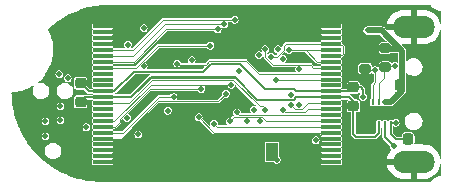
<source format=gbr>
%TF.GenerationSoftware,KiCad,Pcbnew,7.0.7*%
%TF.CreationDate,2024-01-11T13:54:05+01:00*%
%TF.ProjectId,ovrdrive,6f767264-7269-4766-952e-6b696361645f,rev?*%
%TF.SameCoordinates,Original*%
%TF.FileFunction,Copper,L4,Bot*%
%TF.FilePolarity,Positive*%
%FSLAX46Y46*%
G04 Gerber Fmt 4.6, Leading zero omitted, Abs format (unit mm)*
G04 Created by KiCad (PCBNEW 7.0.7) date 2024-01-11 13:54:05*
%MOMM*%
%LPD*%
G01*
G04 APERTURE LIST*
G04 Aperture macros list*
%AMRoundRect*
0 Rectangle with rounded corners*
0 $1 Rounding radius*
0 $2 $3 $4 $5 $6 $7 $8 $9 X,Y pos of 4 corners*
0 Add a 4 corners polygon primitive as box body*
4,1,4,$2,$3,$4,$5,$6,$7,$8,$9,$2,$3,0*
0 Add four circle primitives for the rounded corners*
1,1,$1+$1,$2,$3*
1,1,$1+$1,$4,$5*
1,1,$1+$1,$6,$7*
1,1,$1+$1,$8,$9*
0 Add four rect primitives between the rounded corners*
20,1,$1+$1,$2,$3,$4,$5,0*
20,1,$1+$1,$4,$5,$6,$7,0*
20,1,$1+$1,$6,$7,$8,$9,0*
20,1,$1+$1,$8,$9,$2,$3,0*%
G04 Aperture macros list end*
%TA.AperFunction,ComponentPad*%
%ADD10O,3.500000X1.900000*%
%TD*%
%TA.AperFunction,SMDPad,CuDef*%
%ADD11RoundRect,0.200000X0.275000X-0.200000X0.275000X0.200000X-0.275000X0.200000X-0.275000X-0.200000X0*%
%TD*%
%TA.AperFunction,SMDPad,CuDef*%
%ADD12RoundRect,0.225000X-0.250000X0.225000X-0.250000X-0.225000X0.250000X-0.225000X0.250000X0.225000X0*%
%TD*%
%TA.AperFunction,SMDPad,CuDef*%
%ADD13R,1.000000X1.500000*%
%TD*%
%TA.AperFunction,SMDPad,CuDef*%
%ADD14RoundRect,0.200000X-0.275000X0.200000X-0.275000X-0.200000X0.275000X-0.200000X0.275000X0.200000X0*%
%TD*%
%TA.AperFunction,SMDPad,CuDef*%
%ADD15RoundRect,0.011200X0.768800X0.128800X-0.768800X0.128800X-0.768800X-0.128800X0.768800X-0.128800X0*%
%TD*%
%TA.AperFunction,SMDPad,CuDef*%
%ADD16RoundRect,0.225000X-0.225000X-0.250000X0.225000X-0.250000X0.225000X0.250000X-0.225000X0.250000X0*%
%TD*%
%TA.AperFunction,SMDPad,CuDef*%
%ADD17R,0.250000X0.500000*%
%TD*%
%TA.AperFunction,SMDPad,CuDef*%
%ADD18R,1.600000X0.900000*%
%TD*%
%TA.AperFunction,ViaPad*%
%ADD19C,0.460000*%
%TD*%
%TA.AperFunction,Conductor*%
%ADD20C,0.100000*%
%TD*%
%TA.AperFunction,Conductor*%
%ADD21C,0.200000*%
%TD*%
%TA.AperFunction,Conductor*%
%ADD22C,0.500000*%
%TD*%
G04 APERTURE END LIST*
D10*
%TO.P,J1,5,Shield*%
%TO.N,GND*%
X142100000Y-98500000D03*
X142100000Y-109900000D03*
%TD*%
D11*
%TO.P,R14,1*%
%TO.N,/IN1*%
X139700000Y-101925000D03*
%TO.P,R14,2*%
%TO.N,+5V*%
X139700000Y-100275000D03*
%TD*%
D12*
%TO.P,C2,1*%
%TO.N,VMEM*%
X113900000Y-103275000D03*
%TO.P,C2,2*%
%TO.N,VS*%
X113900000Y-104825000D03*
%TD*%
D13*
%TO.P,JP1,1,A*%
%TO.N,GND*%
X128800000Y-109050000D03*
%TO.P,JP1,2,B*%
%TO.N,Net-(JP1-B)*%
X130100000Y-109050000D03*
%TD*%
D14*
%TO.P,R15,1*%
%TO.N,GND*%
X138000000Y-100375000D03*
%TO.P,R15,2*%
%TO.N,/IN2*%
X138000000Y-102025000D03*
%TD*%
D12*
%TO.P,C1,1*%
%TO.N,VMEM*%
X137000000Y-103625000D03*
%TO.P,C1,2*%
%TO.N,VS*%
X137000000Y-105175000D03*
%TD*%
D15*
%TO.P,U2,1,NC*%
%TO.N,unconnected-(U2B-NC-Pad1)*%
X135127500Y-98450000D03*
%TO.P,U2,2,NC*%
%TO.N,unconnected-(U2B-NC-Pad2)*%
X135127500Y-98950000D03*
%TO.P,U2,3,NC*%
%TO.N,unconnected-(U2B-NC-Pad3)*%
X135127500Y-99450000D03*
%TO.P,U2,4,R/~{B3}*%
%TO.N,/RB0*%
X135127500Y-99950000D03*
%TO.P,U2,5,R1/~{B2}*%
%TO.N,/RB1*%
X135127500Y-100450000D03*
%TO.P,U2,6,R/~{B1}*%
%TO.N,/RB0*%
X135127500Y-100950000D03*
%TO.P,U2,7,R1/~{B0}*%
%TO.N,/RB1*%
X135127500Y-101450000D03*
%TO.P,U2,8,~{RE}*%
%TO.N,/~{RE}*%
X135127500Y-101950000D03*
%TO.P,U2,9,~{CE}*%
%TO.N,Net-(U2A-~{CE})*%
X135127500Y-102450000D03*
%TO.P,U2,10,~{CE1}*%
%TO.N,/~{CE1}*%
X135127500Y-102950000D03*
%TO.P,U2,11,NC*%
%TO.N,unconnected-(U2B-NC-Pad11)*%
X135127500Y-103450000D03*
%TO.P,U2,12,VCC*%
%TO.N,VMEM*%
X135127500Y-103950000D03*
%TO.P,U2,13,VSS*%
%TO.N,VS*%
X135127500Y-104450000D03*
%TO.P,U2,14,~{CE2}*%
%TO.N,/~{CE2}*%
X135127500Y-104950000D03*
%TO.P,U2,15,~{CE3}*%
%TO.N,/~{CE3}*%
X135127500Y-105450000D03*
%TO.P,U2,16,CLE*%
%TO.N,/CLE*%
X135127500Y-105950000D03*
%TO.P,U2,17,ALE*%
%TO.N,/ALE*%
X135127500Y-106450000D03*
%TO.P,U2,18,~{WE}*%
%TO.N,/~{WE}*%
X135127500Y-106950000D03*
%TO.P,U2,19,~{WP}*%
%TO.N,/~{WP}*%
X135127500Y-107450000D03*
%TO.P,U2,20,NC*%
%TO.N,unconnected-(U2B-NC-Pad20)*%
X135127500Y-107950000D03*
%TO.P,U2,21,NC*%
%TO.N,unconnected-(U2B-NC-Pad21)*%
X135127500Y-108450000D03*
%TO.P,U2,22,NC*%
%TO.N,unconnected-(U2B-NC-Pad22)*%
X135127500Y-108950000D03*
%TO.P,U2,23,NC*%
%TO.N,unconnected-(U2B-NC-Pad23)*%
X135127500Y-109450000D03*
%TO.P,U2,24,NC*%
%TO.N,unconnected-(U2B-NC-Pad24)*%
X135127500Y-109950000D03*
%TO.P,U2,25,NC*%
%TO.N,unconnected-(U2B-NC-Pad25)*%
X115767500Y-109950000D03*
%TO.P,U2,26,NC*%
%TO.N,unconnected-(U2B-NC-Pad26)*%
X115767500Y-109450000D03*
%TO.P,U2,27,NC*%
%TO.N,unconnected-(U2B-NC-Pad27)*%
X115767500Y-108950000D03*
%TO.P,U2,28,NC*%
%TO.N,unconnected-(U2B-NC-Pad28)*%
X115767500Y-108450000D03*
%TO.P,U2,29,I/O0*%
%TO.N,/FD0*%
X115767500Y-107950000D03*
%TO.P,U2,30,I/O1*%
%TO.N,/FD1*%
X115767500Y-107450000D03*
%TO.P,U2,31,I/O2*%
%TO.N,/FD2*%
X115767500Y-106950000D03*
%TO.P,U2,32,I/O3*%
%TO.N,/FD3*%
X115767500Y-106450000D03*
%TO.P,U2,33,NC*%
%TO.N,unconnected-(U2B-NC-Pad33)*%
X115767500Y-105950000D03*
%TO.P,U2,34,NC*%
%TO.N,unconnected-(U2B-NC-Pad34)*%
X115767500Y-105450000D03*
%TO.P,U2,35,DQS*%
%TO.N,/DQS*%
X115767500Y-104950000D03*
%TO.P,U2,36,VSS*%
%TO.N,VS*%
X115767500Y-104450000D03*
%TO.P,U2,37,VCC*%
%TO.N,VMEM*%
X115767500Y-103950000D03*
%TO.P,U2,38,NC*%
%TO.N,unconnected-(U2B-NC-Pad38)*%
X115767500Y-103450000D03*
%TO.P,U2,39,NC*%
%TO.N,unconnected-(U2B-NC-Pad39)*%
X115767500Y-102950000D03*
%TO.P,U2,40,NC*%
%TO.N,unconnected-(U2B-NC-Pad40)*%
X115767500Y-102450000D03*
%TO.P,U2,41,I/O4*%
%TO.N,/FD4*%
X115767500Y-101950000D03*
%TO.P,U2,42,I/O5*%
%TO.N,/FD5*%
X115767500Y-101450000D03*
%TO.P,U2,43,I/O6*%
%TO.N,/FD6*%
X115767500Y-100950000D03*
%TO.P,U2,44,I/O7*%
%TO.N,/FD7*%
X115767500Y-100450000D03*
%TO.P,U2,45,NC*%
%TO.N,unconnected-(U2B-NC-Pad45)*%
X115767500Y-99950000D03*
%TO.P,U2,46,NC*%
%TO.N,unconnected-(U2B-NC-Pad46)*%
X115767500Y-99450000D03*
%TO.P,U2,47,NC*%
%TO.N,unconnected-(U2B-NC-Pad47)*%
X115767500Y-98950000D03*
%TO.P,U2,48,NC*%
%TO.N,unconnected-(U2B-NC-Pad48)*%
X115767500Y-98450000D03*
%TD*%
D16*
%TO.P,C16,1*%
%TO.N,+5V*%
X140925000Y-103400000D03*
%TO.P,C16,2*%
%TO.N,GND*%
X142475000Y-103400000D03*
%TD*%
D17*
%TO.P,U5,1,VM*%
%TO.N,+3.3V*%
X140150000Y-106750000D03*
%TO.P,U5,2,OUT1*%
%TO.N,VMEM*%
X139650000Y-106750000D03*
%TO.P,U5,3,OUT2*%
%TO.N,VS*%
X139150000Y-106750000D03*
%TO.P,U5,4,GND*%
%TO.N,GND*%
X138650000Y-106750000D03*
%TO.P,U5,5,IN2*%
%TO.N,/IN2*%
X138650000Y-104850000D03*
%TO.P,U5,6,IN1*%
%TO.N,/IN1*%
X139150000Y-104850000D03*
%TO.P,U5,7,~{SLEEP}*%
%TO.N,+5V*%
X139650000Y-104850000D03*
%TO.P,U5,8,VCC*%
X140150000Y-104850000D03*
D18*
%TO.P,U5,9,GND*%
%TO.N,GND*%
X139400000Y-105800000D03*
%TD*%
D16*
%TO.P,C15,1*%
%TO.N,+3.3V*%
X141625000Y-108000000D03*
%TO.P,C15,2*%
%TO.N,GND*%
X143175000Y-108000000D03*
%TD*%
D19*
%TO.N,+1V8*%
X131750000Y-104220000D03*
X127300000Y-102200000D03*
X128600000Y-105500000D03*
X131000000Y-101200000D03*
%TO.N,/SCK*%
X112200000Y-106400000D03*
X112100000Y-102500000D03*
%TO.N,/MOSI*%
X110930000Y-106470000D03*
X119243348Y-101843348D03*
%TO.N,/~{RST}*%
X112200000Y-105200000D03*
X121283771Y-105600000D03*
%TO.N,/INHIBIT*%
X117900000Y-100000000D03*
X112800000Y-102829500D03*
%TO.N,Net-(JP1-B)*%
X130500000Y-109750000D03*
%TO.N,/RB1*%
X131550000Y-100450000D03*
%TO.N,/RB0*%
X130050000Y-101010000D03*
%TO.N,/~{CE1}*%
X130450000Y-102950000D03*
%TO.N,/DQS*%
X129550000Y-105540500D03*
%TO.N,Net-(U2A-~{CE})*%
X122100000Y-101600000D03*
%TO.N,/~{CE3}*%
X131050000Y-105540500D03*
%TO.N,/~{CE2}*%
X131700000Y-105100000D03*
%TO.N,/~{RE}*%
X129550000Y-100400000D03*
%TO.N,/~{CE}*%
X119250000Y-98600000D03*
X128991864Y-100879856D03*
%TO.N,/~{WP}*%
X123900000Y-106150000D03*
%TO.N,/~{WE}*%
X125200000Y-106700000D03*
%TO.N,/ALE*%
X126550000Y-106500000D03*
%TO.N,/CLE*%
X127150000Y-105740500D03*
%TO.N,+3.3V*%
X128000000Y-106500000D03*
X130600000Y-100400000D03*
X140570500Y-106600000D03*
X132400000Y-102100000D03*
X129100000Y-106500000D03*
X123300000Y-101304500D03*
X132400000Y-105100000D03*
%TO.N,GND*%
X108900000Y-105600000D03*
X139600000Y-97400000D03*
X119800000Y-106500000D03*
X117600000Y-109800000D03*
X118200000Y-98400000D03*
X143600000Y-106600000D03*
X132350000Y-101200000D03*
X136500000Y-108600000D03*
X110200000Y-106000000D03*
X133000000Y-99000000D03*
X114600000Y-99200000D03*
X132500000Y-109000000D03*
X139750000Y-110950000D03*
X114100000Y-107900000D03*
X143600000Y-100400000D03*
X126950000Y-97150000D03*
X122550000Y-105950000D03*
X135500000Y-97050000D03*
X119900000Y-101300000D03*
X126400000Y-100400000D03*
X113030000Y-107950000D03*
X113350000Y-109800000D03*
X122100000Y-99400000D03*
X131000000Y-110600000D03*
X124600000Y-107400000D03*
X126300000Y-110800000D03*
X137000000Y-100400000D03*
X117600000Y-103800000D03*
%TO.N,+5V*%
X110930000Y-107740000D03*
X138200000Y-98800000D03*
X118800000Y-107600000D03*
X133800000Y-108095500D03*
%TO.N,/FD7*%
X126950000Y-97900000D03*
%TO.N,/FD6*%
X126072701Y-98279500D03*
%TO.N,/FD5*%
X125500000Y-98700000D03*
%TO.N,/FD4*%
X124900000Y-100100000D03*
%TO.N,/FD3*%
X126677375Y-103384648D03*
%TO.N,/FD2*%
X124104500Y-103764148D03*
%TO.N,/FD1*%
X121770207Y-104429793D03*
%TO.N,/FD0*%
X126204500Y-104150000D03*
%TO.N,VMEM*%
X140400000Y-108600000D03*
X137800000Y-104400000D03*
%TO.N,/IN1*%
X140520500Y-101800000D03*
X117845500Y-106200000D03*
%TO.N,/IN2*%
X138825627Y-102157685D03*
X114400000Y-107000000D03*
%TD*%
D20*
%TO.N,/RB1*%
X133950000Y-101450000D02*
X132950000Y-100450000D01*
X132950000Y-100450000D02*
X135127500Y-100450000D01*
X131550000Y-100450000D02*
X132950000Y-100450000D01*
X135127500Y-101450000D02*
X133950000Y-101450000D01*
%TO.N,/RB0*%
X131100000Y-100150000D02*
X131300000Y-99950000D01*
X135127500Y-100950000D02*
X135900000Y-100950000D01*
X130527402Y-101010000D02*
X131100000Y-100437402D01*
X136100000Y-100750000D02*
X136100000Y-100150000D01*
X130050000Y-101010000D02*
X130527402Y-101010000D01*
X131300000Y-99950000D02*
X135127500Y-99950000D01*
X136100000Y-100150000D02*
X135900000Y-99950000D01*
X131100000Y-100437402D02*
X131100000Y-100150000D01*
X135900000Y-100950000D02*
X136100000Y-100750000D01*
%TO.N,/~{CE1}*%
X135127500Y-102950000D02*
X130450000Y-102950000D01*
%TO.N,/DQS*%
X129061428Y-105231299D02*
X129368701Y-105231299D01*
X115767500Y-104950000D02*
X117984316Y-104950000D01*
X119934316Y-103000000D02*
X126830129Y-103000000D01*
X129550000Y-105412598D02*
X129550000Y-105540500D01*
X129368701Y-105231299D02*
X129550000Y-105412598D01*
X126830129Y-103000000D02*
X129061428Y-105231299D01*
X117984316Y-104950000D02*
X119934316Y-103000000D01*
%TO.N,Net-(U2A-~{CE})*%
X127920000Y-101400000D02*
X129000000Y-102480000D01*
X122184500Y-101684500D02*
X124515500Y-101684500D01*
X124800000Y-101400000D02*
X127920000Y-101400000D01*
X124515500Y-101684500D02*
X124800000Y-101400000D01*
X135127500Y-102450000D02*
X135097500Y-102480000D01*
X135097500Y-102480000D02*
X129000000Y-102480000D01*
X122100000Y-101600000D02*
X122184500Y-101684500D01*
%TO.N,/~{CE3}*%
X133150000Y-105450000D02*
X132920000Y-105680000D01*
X135127500Y-105450000D02*
X133150000Y-105450000D01*
X131189500Y-105680000D02*
X132920000Y-105680000D01*
X131050000Y-105540500D02*
X131189500Y-105680000D01*
%TO.N,/~{CE2}*%
X132080000Y-105480000D02*
X132620000Y-105480000D01*
X135127500Y-104950000D02*
X133150000Y-104950000D01*
X131700000Y-105100000D02*
X132080000Y-105480000D01*
X132620000Y-105480000D02*
X133150000Y-104950000D01*
%TO.N,/~{RE}*%
X129550000Y-100400000D02*
X129550000Y-101047402D01*
X129550000Y-101047402D02*
X130222598Y-101720000D01*
X130222598Y-101720000D02*
X133370000Y-101720000D01*
X133370000Y-101720000D02*
X133600000Y-101950000D01*
X133600000Y-101950000D02*
X135127500Y-101950000D01*
%TO.N,/~{WP}*%
X135127500Y-107450000D02*
X125200000Y-107450000D01*
X125200000Y-107450000D02*
X123900000Y-106150000D01*
%TO.N,/~{WE}*%
X125450000Y-106950000D02*
X125200000Y-106700000D01*
X135127500Y-106950000D02*
X125450000Y-106950000D01*
%TO.N,/ALE*%
X129587402Y-106450000D02*
X129257402Y-106120000D01*
X126930000Y-106120000D02*
X126550000Y-106500000D01*
X129257402Y-106120000D02*
X126930000Y-106120000D01*
X135127500Y-106450000D02*
X129587402Y-106450000D01*
%TO.N,/CLE*%
X127329500Y-105920000D02*
X127150000Y-105740500D01*
X135127500Y-105950000D02*
X135097500Y-105920000D01*
X135097500Y-105920000D02*
X127329500Y-105920000D01*
D21*
%TO.N,+3.3V*%
X140300000Y-106600000D02*
X140150000Y-106750000D01*
X140570500Y-106600000D02*
X140300000Y-106600000D01*
X140150000Y-107550000D02*
X140600000Y-108000000D01*
X140150000Y-106750000D02*
X140150000Y-107550000D01*
X140600000Y-108000000D02*
X141625000Y-108000000D01*
D22*
%TO.N,+5V*%
X141100000Y-103900000D02*
X140600000Y-104400000D01*
X138200000Y-98800000D02*
X139400000Y-98800000D01*
X140600000Y-104400000D02*
X140150000Y-104850000D01*
X141100000Y-100500000D02*
X141100000Y-103900000D01*
X139650000Y-104850000D02*
X140150000Y-104850000D01*
X139625000Y-100350000D02*
X140950000Y-100350000D01*
X140950000Y-100350000D02*
X141100000Y-100500000D01*
X140800000Y-104200000D02*
X140600000Y-104400000D01*
X139400000Y-98800000D02*
X139800000Y-99200000D01*
X139800000Y-99200000D02*
X140950000Y-100350000D01*
D20*
%TO.N,/FD7*%
X120850000Y-97900000D02*
X118300000Y-100450000D01*
X126950000Y-97900000D02*
X120850000Y-97900000D01*
X118300000Y-100450000D02*
X115767500Y-100450000D01*
%TO.N,/FD6*%
X126072701Y-98279500D02*
X121020500Y-98279500D01*
X118350000Y-100950000D02*
X115767500Y-100950000D01*
X121020500Y-98279500D02*
X118350000Y-100950000D01*
%TO.N,/FD5*%
X121150000Y-98700000D02*
X118400000Y-101450000D01*
X118400000Y-101450000D02*
X115767500Y-101450000D01*
X125500000Y-98700000D02*
X121150000Y-98700000D01*
%TO.N,/FD4*%
X120450000Y-100100000D02*
X118600000Y-101950000D01*
X124900000Y-100100000D02*
X120450000Y-100100000D01*
X118600000Y-101950000D02*
X115767500Y-101950000D01*
%TO.N,/FD3*%
X116767158Y-106450000D02*
X119832510Y-103384648D01*
X119832510Y-103384648D02*
X126677375Y-103384648D01*
X115767500Y-106450000D02*
X116767158Y-106450000D01*
%TO.N,/FD2*%
X115767500Y-106950000D02*
X116800000Y-106950000D01*
X117200000Y-106300000D02*
X119735852Y-103764148D01*
X117200000Y-106550000D02*
X117200000Y-106300000D01*
X119735852Y-103764148D02*
X124104500Y-103764148D01*
X116800000Y-106950000D02*
X117200000Y-106550000D01*
%TO.N,/FD1*%
X117500000Y-107450000D02*
X120520207Y-104429793D01*
X115767500Y-107450000D02*
X117500000Y-107450000D01*
X120520207Y-104429793D02*
X121770207Y-104429793D01*
%TO.N,/FD0*%
X117282842Y-107950000D02*
X115767500Y-107950000D01*
X125544707Y-104809793D02*
X120423049Y-104809793D01*
X120423049Y-104809793D02*
X117282842Y-107950000D01*
X126204500Y-104150000D02*
X125544707Y-104809793D01*
D21*
%TO.N,VMEM*%
X137000000Y-103625000D02*
X137625000Y-103625000D01*
X124903554Y-101650000D02*
X124280206Y-102273348D01*
X137625000Y-103625000D02*
X137800000Y-103800000D01*
X131990000Y-103790000D02*
X129498112Y-103790000D01*
X114575000Y-103950000D02*
X113900000Y-103275000D01*
X136625000Y-103950000D02*
X135127500Y-103950000D01*
X132150000Y-103950000D02*
X131990000Y-103790000D01*
X137800000Y-103800000D02*
X137800000Y-104400000D01*
X124280206Y-102273348D02*
X118426652Y-102273348D01*
X140400000Y-108600000D02*
X139650000Y-107850000D01*
X129498112Y-103790000D02*
X127358112Y-101650000D01*
X115767500Y-103950000D02*
X114575000Y-103950000D01*
X136975000Y-103600000D02*
X136625000Y-103950000D01*
X135127500Y-103950000D02*
X132150000Y-103950000D01*
X137000000Y-103625000D02*
X136975000Y-103600000D01*
X116750000Y-103950000D02*
X115767500Y-103950000D01*
X139650000Y-107850000D02*
X139650000Y-106750000D01*
X127358112Y-101650000D02*
X124903554Y-101650000D01*
X118426652Y-102273348D02*
X116750000Y-103950000D01*
%TO.N,VS*%
X132128112Y-104450000D02*
X131928112Y-104650000D01*
X139150000Y-107200000D02*
X139150000Y-107450000D01*
D20*
X118201474Y-104450000D02*
X119851474Y-102800000D01*
D21*
X128833683Y-104650000D02*
X126933683Y-102750000D01*
X139150000Y-106750000D02*
X139150000Y-107200000D01*
X131928112Y-104650000D02*
X128833683Y-104650000D01*
X137000000Y-105175000D02*
X137000000Y-104800000D01*
X135127500Y-104450000D02*
X132128112Y-104450000D01*
X119830762Y-102750000D02*
X118165381Y-104415381D01*
X139150000Y-107450000D02*
X138800000Y-107800000D01*
X137000000Y-107600000D02*
X137000000Y-105175000D01*
X137000000Y-104800000D02*
X136650000Y-104450000D01*
X137200000Y-107800000D02*
X137000000Y-107600000D01*
X138800000Y-107800000D02*
X137200000Y-107800000D01*
X114275000Y-104450000D02*
X113900000Y-104825000D01*
X136650000Y-104450000D02*
X135127500Y-104450000D01*
D20*
X119851474Y-102800000D02*
X126937402Y-102800000D01*
D21*
X126933683Y-102750000D02*
X119830762Y-102750000D01*
X115802119Y-104415381D02*
X115767500Y-104450000D01*
X115767500Y-104450000D02*
X114275000Y-104450000D01*
X118165381Y-104415381D02*
X115802119Y-104415381D01*
D20*
%TO.N,/IN1*%
X139600000Y-102800000D02*
X139150000Y-103250000D01*
X140520500Y-101800000D02*
X139825000Y-101800000D01*
X139600000Y-102025000D02*
X139600000Y-102800000D01*
X139825000Y-101800000D02*
X139600000Y-102025000D01*
X139150000Y-104850000D02*
X139150000Y-103250000D01*
%TO.N,/IN2*%
X138870000Y-102202058D02*
X138870000Y-103200000D01*
X138650000Y-103420000D02*
X138870000Y-103200000D01*
X138132685Y-102157685D02*
X138000000Y-102025000D01*
X138650000Y-104850000D02*
X138650000Y-103420000D01*
X138825627Y-102157685D02*
X138132685Y-102157685D01*
X138825627Y-102157685D02*
X138870000Y-102202058D01*
%TD*%
%TA.AperFunction,Conductor*%
%TO.N,GND*%
G36*
X143496587Y-96638571D02*
G01*
X143498948Y-96641105D01*
X143534545Y-96682142D01*
X143557533Y-96708643D01*
X143725459Y-96856897D01*
X143794975Y-96903538D01*
X143911470Y-96981700D01*
X144112322Y-97080875D01*
X144324501Y-97152687D01*
X144394379Y-97166368D01*
X144425623Y-97187109D01*
X144433963Y-97214455D01*
X144433963Y-98243065D01*
X144419611Y-98277713D01*
X144384963Y-98292065D01*
X144350315Y-98277713D01*
X144336631Y-98251130D01*
X144318229Y-98140853D01*
X144239774Y-97912323D01*
X144239770Y-97912313D01*
X144124777Y-97699825D01*
X144124768Y-97699811D01*
X143976364Y-97509141D01*
X143798588Y-97345488D01*
X143596313Y-97213335D01*
X143596307Y-97213331D01*
X143375036Y-97116273D01*
X143375037Y-97116273D01*
X143140801Y-97056956D01*
X142960303Y-97042000D01*
X142354000Y-97042000D01*
X142354000Y-98001000D01*
X142339648Y-98035648D01*
X142305000Y-98050000D01*
X141895000Y-98050000D01*
X141860352Y-98035648D01*
X141846000Y-98001000D01*
X141846000Y-97042000D01*
X141239697Y-97042000D01*
X141059198Y-97056956D01*
X140824963Y-97116273D01*
X140603692Y-97213331D01*
X140603686Y-97213335D01*
X140401411Y-97345488D01*
X140223635Y-97509141D01*
X140075231Y-97699811D01*
X140075222Y-97699825D01*
X139960229Y-97912313D01*
X139960225Y-97912323D01*
X139881770Y-98140853D01*
X139864225Y-98246000D01*
X140842162Y-98246000D01*
X140876810Y-98260352D01*
X140891162Y-98295000D01*
X140884597Y-98319497D01*
X140877371Y-98332013D01*
X140876376Y-98333738D01*
X140876374Y-98333744D01*
X140846190Y-98465988D01*
X140846190Y-98465991D01*
X140846190Y-98465992D01*
X140847801Y-98487484D01*
X140856326Y-98601260D01*
X140856326Y-98601262D01*
X140856327Y-98601265D01*
X140890014Y-98687099D01*
X140889314Y-98724594D01*
X140862304Y-98750613D01*
X140844402Y-98754000D01*
X139869977Y-98754000D01*
X139835329Y-98739648D01*
X139677136Y-98581454D01*
X139670762Y-98573605D01*
X139661714Y-98559756D01*
X139661437Y-98559331D01*
X139661435Y-98559329D01*
X139661433Y-98559327D01*
X139633657Y-98537709D01*
X139631386Y-98535704D01*
X139627307Y-98531625D01*
X139609561Y-98518955D01*
X139569126Y-98487483D01*
X139569124Y-98487482D01*
X139568852Y-98487389D01*
X139556302Y-98480928D01*
X139556069Y-98480761D01*
X139556067Y-98480760D01*
X139506954Y-98466138D01*
X139500458Y-98463908D01*
X139458488Y-98449500D01*
X139458487Y-98449500D01*
X139458205Y-98449500D01*
X139444221Y-98447462D01*
X139443954Y-98447382D01*
X139392769Y-98449500D01*
X138170960Y-98449500D01*
X138084619Y-98463908D01*
X138084618Y-98463908D01*
X138084615Y-98463909D01*
X137981746Y-98519579D01*
X137981741Y-98519583D01*
X137902516Y-98605643D01*
X137855527Y-98712765D01*
X137847074Y-98814783D01*
X137845868Y-98829344D01*
X137853415Y-98859146D01*
X137874584Y-98942742D01*
X137920017Y-99012283D01*
X137938563Y-99040669D01*
X137938567Y-99040672D01*
X138030873Y-99112516D01*
X138030876Y-99112518D01*
X138059612Y-99122383D01*
X138141512Y-99150500D01*
X139234522Y-99150500D01*
X139269170Y-99164852D01*
X139795170Y-99690852D01*
X139809522Y-99725500D01*
X139795170Y-99760148D01*
X139760522Y-99774500D01*
X139380141Y-99774500D01*
X139380131Y-99774501D01*
X139355007Y-99777415D01*
X139252233Y-99822794D01*
X139172794Y-99902233D01*
X139127415Y-100005006D01*
X139124500Y-100030134D01*
X139124500Y-100519858D01*
X139124501Y-100519868D01*
X139127415Y-100544992D01*
X139172794Y-100647766D01*
X139252233Y-100727205D01*
X139355006Y-100772584D01*
X139355009Y-100772585D01*
X139380135Y-100775500D01*
X140019864Y-100775499D01*
X140044991Y-100772585D01*
X140147765Y-100727206D01*
X140160118Y-100714853D01*
X140194765Y-100700500D01*
X140700500Y-100700500D01*
X140735148Y-100714852D01*
X140749500Y-100749500D01*
X140749500Y-101461659D01*
X140735148Y-101496307D01*
X140700500Y-101510659D01*
X140683741Y-101507704D01*
X140578776Y-101469500D01*
X140462224Y-101469500D01*
X140352702Y-101509363D01*
X140352700Y-101509364D01*
X140295549Y-101557320D01*
X140259781Y-101568598D01*
X140229404Y-101554432D01*
X140147766Y-101472794D01*
X140147767Y-101472794D01*
X140044993Y-101427415D01*
X140032428Y-101425957D01*
X140019865Y-101424500D01*
X140019863Y-101424500D01*
X139380141Y-101424500D01*
X139380131Y-101424501D01*
X139355007Y-101427415D01*
X139252233Y-101472794D01*
X139172794Y-101552233D01*
X139127415Y-101655006D01*
X139124500Y-101680134D01*
X139124500Y-101871951D01*
X139110148Y-101906599D01*
X139075500Y-101920951D01*
X139044004Y-101909487D01*
X138993430Y-101867051D01*
X138993424Y-101867048D01*
X138883903Y-101827185D01*
X138767351Y-101827185D01*
X138657829Y-101867047D01*
X138655993Y-101868589D01*
X138654158Y-101869167D01*
X138654119Y-101869190D01*
X138654113Y-101869181D01*
X138620225Y-101879863D01*
X138586960Y-101862544D01*
X138575499Y-101831050D01*
X138575499Y-101780141D01*
X138575498Y-101780135D01*
X138572585Y-101755009D01*
X138527206Y-101652235D01*
X138527205Y-101652234D01*
X138527205Y-101652233D01*
X138447766Y-101572794D01*
X138447767Y-101572794D01*
X138344993Y-101527415D01*
X138332428Y-101525957D01*
X138319865Y-101524500D01*
X138319863Y-101524500D01*
X137680141Y-101524500D01*
X137680131Y-101524501D01*
X137655007Y-101527415D01*
X137552233Y-101572794D01*
X137472794Y-101652233D01*
X137427415Y-101755006D01*
X137424500Y-101780134D01*
X137424500Y-102269858D01*
X137424501Y-102269868D01*
X137427415Y-102294992D01*
X137472794Y-102397766D01*
X137552233Y-102477205D01*
X137552234Y-102477205D01*
X137552235Y-102477206D01*
X137555904Y-102478826D01*
X137655006Y-102522584D01*
X137655009Y-102522585D01*
X137680135Y-102525500D01*
X138319864Y-102525499D01*
X138344991Y-102522585D01*
X138447765Y-102477206D01*
X138527206Y-102397765D01*
X138527207Y-102397761D01*
X138527562Y-102397407D01*
X138562210Y-102383055D01*
X138593707Y-102394519D01*
X138657825Y-102448320D01*
X138657828Y-102448321D01*
X138686173Y-102458638D01*
X138687259Y-102459033D01*
X138714909Y-102484370D01*
X138719500Y-102505078D01*
X138719500Y-103117364D01*
X138705148Y-103152012D01*
X138572096Y-103285065D01*
X138515064Y-103342096D01*
X138515064Y-103342097D01*
X138511425Y-103355678D01*
X138506531Y-103367494D01*
X138499500Y-103379671D01*
X138499499Y-103379674D01*
X138499499Y-103470069D01*
X138499500Y-103470074D01*
X138499500Y-104469977D01*
X138485148Y-104504625D01*
X138477722Y-104510719D01*
X138452544Y-104527541D01*
X138452543Y-104527542D01*
X138430330Y-104560786D01*
X138430330Y-104560787D01*
X138424500Y-104590095D01*
X138424500Y-105109894D01*
X138424501Y-105109898D01*
X138430331Y-105139213D01*
X138430331Y-105139214D01*
X138430332Y-105139215D01*
X138430332Y-105139216D01*
X138446053Y-105162744D01*
X138452543Y-105172457D01*
X138485787Y-105194669D01*
X138515101Y-105200500D01*
X138784898Y-105200499D01*
X138814213Y-105194669D01*
X138847457Y-105172457D01*
X138859258Y-105154793D01*
X138890439Y-105133959D01*
X138927222Y-105141274D01*
X138940740Y-105154792D01*
X138952543Y-105172457D01*
X138985787Y-105194669D01*
X139015101Y-105200500D01*
X139284898Y-105200499D01*
X139314213Y-105194669D01*
X139347457Y-105172457D01*
X139359258Y-105154793D01*
X139390439Y-105133959D01*
X139427222Y-105141274D01*
X139440740Y-105154792D01*
X139452543Y-105172457D01*
X139465822Y-105181329D01*
X139485784Y-105194668D01*
X139485786Y-105194668D01*
X139485787Y-105194669D01*
X139515101Y-105200500D01*
X139581761Y-105200499D01*
X139581767Y-105200500D01*
X139591512Y-105200500D01*
X140015101Y-105200500D01*
X140108567Y-105200500D01*
X140118622Y-105201543D01*
X140122566Y-105202369D01*
X140135315Y-105205043D01*
X140170250Y-105200688D01*
X140173284Y-105200500D01*
X140182984Y-105200500D01*
X140182996Y-105200499D01*
X140284895Y-105200499D01*
X140284898Y-105200499D01*
X140314213Y-105194669D01*
X140347457Y-105172457D01*
X140369669Y-105139213D01*
X140369669Y-105139210D01*
X140371517Y-105134752D01*
X140371947Y-105134930D01*
X140381612Y-105115910D01*
X140402957Y-105092724D01*
X140868375Y-104627307D01*
X140868374Y-104627307D01*
X141068376Y-104427306D01*
X141068377Y-104427304D01*
X141318545Y-104177134D01*
X141326387Y-104170767D01*
X141340669Y-104161437D01*
X141362303Y-104133639D01*
X141364306Y-104131374D01*
X141364447Y-104131233D01*
X141368375Y-104127306D01*
X141381038Y-104109569D01*
X141412517Y-104069126D01*
X141412605Y-104068867D01*
X141419077Y-104056292D01*
X141419240Y-104056066D01*
X141433861Y-104006954D01*
X141450500Y-103958488D01*
X141450500Y-103958202D01*
X141452537Y-103944222D01*
X141452617Y-103943954D01*
X141451801Y-103924232D01*
X141450500Y-103892758D01*
X141450500Y-103786636D01*
X141455091Y-103765928D01*
X141457497Y-103760767D01*
X141469259Y-103735545D01*
X141475500Y-103688139D01*
X141475499Y-103111862D01*
X141469259Y-103064455D01*
X141455090Y-103034071D01*
X141450500Y-103013363D01*
X141450500Y-102432228D01*
X141464852Y-102397580D01*
X141499500Y-102383228D01*
X141534148Y-102397580D01*
X141538804Y-102402968D01*
X141550387Y-102418528D01*
X141550389Y-102418529D01*
X141550390Y-102418530D01*
X141684786Y-102531302D01*
X141841567Y-102610040D01*
X142012279Y-102650500D01*
X142012280Y-102650500D01*
X142143705Y-102650500D01*
X142143709Y-102650500D01*
X142274255Y-102635241D01*
X142439117Y-102575237D01*
X142585696Y-102478830D01*
X142602292Y-102461240D01*
X142662515Y-102397407D01*
X142706092Y-102351218D01*
X142793812Y-102199281D01*
X142844130Y-102031210D01*
X142854331Y-101856065D01*
X142823865Y-101683289D01*
X142754377Y-101522196D01*
X142753114Y-101520500D01*
X142699722Y-101448782D01*
X142649610Y-101381470D01*
X142577747Y-101321170D01*
X142515214Y-101268698D01*
X142358434Y-101189960D01*
X142358432Y-101189959D01*
X142226100Y-101158596D01*
X142187721Y-101149500D01*
X142056291Y-101149500D01*
X141972175Y-101159332D01*
X141925743Y-101164759D01*
X141925742Y-101164760D01*
X141760883Y-101224762D01*
X141614305Y-101321169D01*
X141614299Y-101321173D01*
X141535141Y-101405077D01*
X141500925Y-101420430D01*
X141465874Y-101407092D01*
X141450521Y-101372876D01*
X141450500Y-101371451D01*
X141450500Y-100541431D01*
X141451543Y-100531375D01*
X141451871Y-100529811D01*
X141455043Y-100514685D01*
X141450688Y-100479749D01*
X141450500Y-100476716D01*
X141450500Y-100470964D01*
X141450500Y-100470960D01*
X141446912Y-100449459D01*
X141440573Y-100398607D01*
X141440447Y-100398350D01*
X141436138Y-100384893D01*
X141436092Y-100384620D01*
X141436092Y-100384619D01*
X141411704Y-100339555D01*
X141389198Y-100293516D01*
X141388998Y-100293316D01*
X141380551Y-100281988D01*
X141380418Y-100281742D01*
X141342724Y-100247042D01*
X141227136Y-100131454D01*
X141220762Y-100123605D01*
X141219895Y-100122278D01*
X141211437Y-100109331D01*
X141211435Y-100109330D01*
X141211435Y-100109329D01*
X141183658Y-100087709D01*
X141181380Y-100085698D01*
X141176682Y-100080999D01*
X141176652Y-100080971D01*
X141131392Y-100035711D01*
X141117041Y-100001064D01*
X141131393Y-99966416D01*
X141166041Y-99952064D01*
X141170088Y-99952231D01*
X141239698Y-99958000D01*
X141846000Y-99958000D01*
X141846000Y-98999000D01*
X141860352Y-98964352D01*
X141895000Y-98950000D01*
X142305000Y-98950000D01*
X142339648Y-98964352D01*
X142354000Y-98999000D01*
X142354000Y-99958000D01*
X142960303Y-99958000D01*
X143140801Y-99943043D01*
X143375036Y-99883726D01*
X143596307Y-99786668D01*
X143596313Y-99786664D01*
X143798588Y-99654511D01*
X143976364Y-99490858D01*
X144124768Y-99300188D01*
X144124777Y-99300174D01*
X144239770Y-99087686D01*
X144239774Y-99087676D01*
X144318229Y-98859146D01*
X144336631Y-98748869D01*
X144356490Y-98717056D01*
X144393028Y-98708602D01*
X144424841Y-98728461D01*
X144433963Y-98756934D01*
X144433963Y-109643065D01*
X144419611Y-109677713D01*
X144384963Y-109692065D01*
X144350315Y-109677713D01*
X144336631Y-109651130D01*
X144318229Y-109540853D01*
X144239774Y-109312323D01*
X144239770Y-109312313D01*
X144124777Y-109099825D01*
X144124768Y-109099811D01*
X143976364Y-108909141D01*
X143798588Y-108745488D01*
X143596313Y-108613335D01*
X143596307Y-108613331D01*
X143375036Y-108516273D01*
X143375037Y-108516273D01*
X143140801Y-108456956D01*
X142960303Y-108442000D01*
X142196533Y-108442000D01*
X142161885Y-108427648D01*
X142147533Y-108393000D01*
X142152124Y-108372292D01*
X142159553Y-108356359D01*
X142169259Y-108335545D01*
X142175500Y-108288139D01*
X142175499Y-107711862D01*
X142169259Y-107664455D01*
X142169258Y-107664453D01*
X142138970Y-107599500D01*
X142120747Y-107560421D01*
X142120746Y-107560420D01*
X142120745Y-107560418D01*
X142039581Y-107479254D01*
X142039579Y-107479253D01*
X141987862Y-107455137D01*
X141935546Y-107430741D01*
X141926063Y-107429492D01*
X141888139Y-107424500D01*
X141888135Y-107424500D01*
X141361867Y-107424500D01*
X141361861Y-107424501D01*
X141314454Y-107430740D01*
X141210420Y-107479253D01*
X141210418Y-107479254D01*
X141129254Y-107560418D01*
X141129253Y-107560420D01*
X141080742Y-107664452D01*
X141080741Y-107664453D01*
X141079247Y-107675801D01*
X141074642Y-107710789D01*
X141074500Y-107711864D01*
X141074500Y-107750500D01*
X141060148Y-107785148D01*
X141025500Y-107799500D01*
X140703345Y-107799500D01*
X140668697Y-107785148D01*
X140364852Y-107481303D01*
X140350500Y-107446655D01*
X140350500Y-107082765D01*
X140358757Y-107055543D01*
X140369669Y-107039213D01*
X140375500Y-107009899D01*
X140375499Y-106950714D01*
X140389850Y-106916067D01*
X140424498Y-106901715D01*
X140441258Y-106904670D01*
X140512224Y-106930500D01*
X140628776Y-106930500D01*
X140738299Y-106890636D01*
X140827583Y-106815718D01*
X140872883Y-106737256D01*
X140885858Y-106714783D01*
X140885858Y-106714782D01*
X140885859Y-106714781D01*
X140906098Y-106600000D01*
X140896212Y-106543935D01*
X141345669Y-106543935D01*
X141376135Y-106716711D01*
X141445623Y-106877804D01*
X141445624Y-106877806D01*
X141529624Y-106990636D01*
X141550390Y-107018530D01*
X141684786Y-107131302D01*
X141841567Y-107210040D01*
X142012279Y-107250500D01*
X142012280Y-107250500D01*
X142143705Y-107250500D01*
X142143709Y-107250500D01*
X142274255Y-107235241D01*
X142439117Y-107175237D01*
X142585696Y-107078830D01*
X142706092Y-106951218D01*
X142793812Y-106799281D01*
X142844130Y-106631210D01*
X142854331Y-106456065D01*
X142823865Y-106283289D01*
X142754377Y-106122196D01*
X142751042Y-106117717D01*
X142689625Y-106035219D01*
X142649610Y-105981470D01*
X142647567Y-105979756D01*
X142515214Y-105868698D01*
X142358434Y-105789960D01*
X142358432Y-105789959D01*
X142223184Y-105757905D01*
X142187721Y-105749500D01*
X142056291Y-105749500D01*
X141969260Y-105759672D01*
X141925743Y-105764759D01*
X141925742Y-105764760D01*
X141760883Y-105824762D01*
X141614305Y-105921169D01*
X141614299Y-105921173D01*
X141493912Y-106048776D01*
X141493907Y-106048783D01*
X141406189Y-106200716D01*
X141406185Y-106200725D01*
X141355871Y-106368785D01*
X141355869Y-106368792D01*
X141346451Y-106530500D01*
X141345669Y-106543935D01*
X140896212Y-106543935D01*
X140885859Y-106485219D01*
X140885858Y-106485217D01*
X140885858Y-106485216D01*
X140827584Y-106384283D01*
X140827582Y-106384280D01*
X140738299Y-106309364D01*
X140738297Y-106309363D01*
X140628776Y-106269500D01*
X140512224Y-106269500D01*
X140402702Y-106309363D01*
X140402700Y-106309364D01*
X140348053Y-106355219D01*
X140313420Y-106384280D01*
X140310134Y-106387037D01*
X140308770Y-106385412D01*
X140282077Y-106399313D01*
X140277799Y-106399500D01*
X140015105Y-106399500D01*
X140015104Y-106399500D01*
X140015102Y-106399501D01*
X139985787Y-106405331D01*
X139985786Y-106405331D01*
X139985784Y-106405332D01*
X139985783Y-106405332D01*
X139952543Y-106427542D01*
X139952542Y-106427543D01*
X139940740Y-106445206D01*
X139909557Y-106466041D01*
X139872775Y-106458723D01*
X139859259Y-106445207D01*
X139847457Y-106427543D01*
X139820248Y-106409363D01*
X139814212Y-106405330D01*
X139784901Y-106399500D01*
X139515105Y-106399500D01*
X139515104Y-106399500D01*
X139515102Y-106399501D01*
X139485787Y-106405331D01*
X139485786Y-106405331D01*
X139485784Y-106405332D01*
X139485783Y-106405332D01*
X139452543Y-106427542D01*
X139452542Y-106427543D01*
X139440740Y-106445206D01*
X139409557Y-106466041D01*
X139372775Y-106458723D01*
X139359259Y-106445207D01*
X139347457Y-106427543D01*
X139320248Y-106409363D01*
X139314212Y-106405330D01*
X139284901Y-106399500D01*
X139015105Y-106399500D01*
X139015104Y-106399500D01*
X139015102Y-106399501D01*
X138985787Y-106405331D01*
X138985786Y-106405331D01*
X138985784Y-106405332D01*
X138985783Y-106405332D01*
X138952543Y-106427542D01*
X138930330Y-106460786D01*
X138930330Y-106460787D01*
X138924500Y-106490095D01*
X138924500Y-107009894D01*
X138924501Y-107009898D01*
X138926712Y-107021015D01*
X138930331Y-107039213D01*
X138930333Y-107039217D01*
X138941242Y-107055543D01*
X138949500Y-107082766D01*
X138949500Y-107346654D01*
X138935148Y-107381302D01*
X138731303Y-107585148D01*
X138696655Y-107599500D01*
X137303346Y-107599500D01*
X137268698Y-107585148D01*
X137214852Y-107531302D01*
X137200500Y-107496654D01*
X137200500Y-105774499D01*
X137214852Y-105739851D01*
X137249500Y-105725499D01*
X137288133Y-105725499D01*
X137288138Y-105725499D01*
X137335545Y-105719259D01*
X137439579Y-105670747D01*
X137520747Y-105589579D01*
X137569259Y-105485545D01*
X137575500Y-105438139D01*
X137575499Y-104911862D01*
X137569259Y-104864455D01*
X137569258Y-104864453D01*
X137542816Y-104807748D01*
X137520747Y-104760421D01*
X137520746Y-104760420D01*
X137520745Y-104760418D01*
X137439581Y-104679254D01*
X137439579Y-104679253D01*
X137365997Y-104644941D01*
X137335546Y-104630741D01*
X137326063Y-104629492D01*
X137288139Y-104624500D01*
X137288135Y-104624500D01*
X137128346Y-104624500D01*
X137093698Y-104610148D01*
X136821750Y-104338201D01*
X136812249Y-104324809D01*
X136810789Y-104321777D01*
X136802306Y-104315012D01*
X136784876Y-104301111D01*
X136782838Y-104299289D01*
X136775801Y-104292252D01*
X136775799Y-104292251D01*
X136767370Y-104286953D01*
X136765130Y-104285363D01*
X136736848Y-104262809D01*
X136718707Y-104229985D01*
X136729089Y-104193948D01*
X136761913Y-104175807D01*
X136767382Y-104175499D01*
X137288138Y-104175499D01*
X137335545Y-104169259D01*
X137439579Y-104120747D01*
X137465678Y-104094648D01*
X137515852Y-104044475D01*
X137550500Y-104030123D01*
X137585148Y-104044475D01*
X137599500Y-104079123D01*
X137599500Y-104113953D01*
X137585148Y-104148601D01*
X137581997Y-104151489D01*
X137542917Y-104184280D01*
X137542915Y-104184283D01*
X137484641Y-104285216D01*
X137464402Y-104400000D01*
X137484641Y-104514783D01*
X137542915Y-104615716D01*
X137542917Y-104615719D01*
X137610913Y-104672773D01*
X137632201Y-104690636D01*
X137741724Y-104730500D01*
X137858276Y-104730500D01*
X137967799Y-104690636D01*
X138057083Y-104615718D01*
X138088798Y-104560786D01*
X138115358Y-104514783D01*
X138115358Y-104514782D01*
X138115359Y-104514781D01*
X138135598Y-104400000D01*
X138115359Y-104285219D01*
X138115358Y-104285217D01*
X138115358Y-104285216D01*
X138057084Y-104184283D01*
X138057082Y-104184280D01*
X138018003Y-104151489D01*
X138000686Y-104118223D01*
X138000500Y-104113953D01*
X138000500Y-103842388D01*
X138003251Y-103826202D01*
X138003622Y-103825140D01*
X138004362Y-103823026D01*
X138000653Y-103790113D01*
X138000500Y-103787369D01*
X138000500Y-103777409D01*
X137998284Y-103767703D01*
X137997823Y-103764990D01*
X137995145Y-103741220D01*
X137994115Y-103732076D01*
X137992321Y-103729221D01*
X137986038Y-103714049D01*
X137985290Y-103710769D01*
X137985289Y-103710767D01*
X137964634Y-103684868D01*
X137963042Y-103682625D01*
X137962307Y-103681455D01*
X137957748Y-103674198D01*
X137950701Y-103667151D01*
X137948877Y-103665110D01*
X137944268Y-103659331D01*
X137928224Y-103639212D01*
X137928223Y-103639211D01*
X137925185Y-103637748D01*
X137911800Y-103628250D01*
X137796750Y-103513201D01*
X137787249Y-103499809D01*
X137785789Y-103496777D01*
X137785788Y-103496776D01*
X137759876Y-103476111D01*
X137757838Y-103474289D01*
X137750801Y-103467252D01*
X137750799Y-103467251D01*
X137742370Y-103461953D01*
X137740130Y-103460363D01*
X137714230Y-103439709D01*
X137710944Y-103438959D01*
X137695778Y-103432677D01*
X137692926Y-103430885D01*
X137692922Y-103430883D01*
X137660006Y-103427175D01*
X137657296Y-103426715D01*
X137647590Y-103424500D01*
X137637632Y-103424500D01*
X137634891Y-103424346D01*
X137627608Y-103423525D01*
X137619012Y-103422557D01*
X137586189Y-103404415D01*
X137575499Y-103373865D01*
X137575499Y-103361867D01*
X137575499Y-103361864D01*
X137575499Y-103361862D01*
X137569259Y-103314455D01*
X137569258Y-103314453D01*
X137534851Y-103240667D01*
X137520747Y-103210421D01*
X137520746Y-103210420D01*
X137520745Y-103210418D01*
X137439581Y-103129254D01*
X137439579Y-103129253D01*
X137335547Y-103080742D01*
X137335546Y-103080741D01*
X137326063Y-103079492D01*
X137288139Y-103074500D01*
X137288135Y-103074500D01*
X136711867Y-103074500D01*
X136711861Y-103074501D01*
X136664454Y-103080740D01*
X136560420Y-103129253D01*
X136560418Y-103129254D01*
X136479254Y-103210418D01*
X136479253Y-103210420D01*
X136430742Y-103314452D01*
X136430741Y-103314453D01*
X136430741Y-103314454D01*
X136430741Y-103314455D01*
X136424500Y-103361861D01*
X136424500Y-103549500D01*
X136424501Y-103700500D01*
X136410149Y-103735148D01*
X136375501Y-103749500D01*
X136004911Y-103749500D01*
X135977680Y-103741237D01*
X135976932Y-103740737D01*
X135956103Y-103709550D01*
X135963426Y-103672769D01*
X135973436Y-103662761D01*
X135973419Y-103662744D01*
X135976830Y-103659332D01*
X135979006Y-103656076D01*
X136001519Y-103622383D01*
X136008000Y-103589800D01*
X136008000Y-103310200D01*
X136001519Y-103277617D01*
X135976831Y-103240669D01*
X135976830Y-103240667D01*
X135973419Y-103237256D01*
X135974134Y-103236540D01*
X135956105Y-103209564D01*
X135963418Y-103172781D01*
X135973437Y-103162762D01*
X135973419Y-103162744D01*
X135976830Y-103159332D01*
X135981721Y-103152012D01*
X136001519Y-103122383D01*
X136008000Y-103089800D01*
X136008000Y-102810200D01*
X136001519Y-102777617D01*
X135976831Y-102740669D01*
X135976830Y-102740667D01*
X135973419Y-102737256D01*
X135974134Y-102736540D01*
X135956105Y-102709564D01*
X135963418Y-102672781D01*
X135973437Y-102662762D01*
X135973419Y-102662744D01*
X135976830Y-102659332D01*
X135976831Y-102659331D01*
X136001519Y-102622383D01*
X136008000Y-102589800D01*
X136008000Y-102310200D01*
X136001519Y-102277617D01*
X135976831Y-102240669D01*
X135976830Y-102240667D01*
X135973419Y-102237256D01*
X135974134Y-102236540D01*
X135956105Y-102209564D01*
X135963418Y-102172781D01*
X135973437Y-102162762D01*
X135973419Y-102162744D01*
X135976830Y-102159332D01*
X135979283Y-102155661D01*
X136001519Y-102122383D01*
X136008000Y-102089800D01*
X136008000Y-101810200D01*
X136001519Y-101777617D01*
X135976831Y-101740669D01*
X135976830Y-101740667D01*
X135973419Y-101737256D01*
X135974134Y-101736540D01*
X135956105Y-101709564D01*
X135963418Y-101672781D01*
X135973437Y-101662762D01*
X135973419Y-101662744D01*
X135976830Y-101659332D01*
X135976831Y-101659331D01*
X136001519Y-101622383D01*
X136008000Y-101589800D01*
X136008000Y-101310200D01*
X136001519Y-101277617D01*
X135976831Y-101240669D01*
X135976830Y-101240667D01*
X135973419Y-101237256D01*
X135974134Y-101236540D01*
X135956105Y-101209564D01*
X135963418Y-101172781D01*
X135973437Y-101162762D01*
X135973419Y-101162744D01*
X135976830Y-101159332D01*
X135977322Y-101158596D01*
X136001519Y-101122383D01*
X136008000Y-101089800D01*
X136008000Y-101075136D01*
X136022352Y-101040488D01*
X136041822Y-101021018D01*
X136041826Y-101021011D01*
X136220430Y-100842409D01*
X136234935Y-100827904D01*
X136238574Y-100814319D01*
X136243471Y-100802499D01*
X136245577Y-100798853D01*
X136250500Y-100790327D01*
X136250501Y-100709673D01*
X136250500Y-100709671D01*
X136250500Y-100130186D01*
X136250500Y-100130185D01*
X136250500Y-100109673D01*
X136243466Y-100097491D01*
X136238573Y-100085678D01*
X136234935Y-100072096D01*
X136177905Y-100015065D01*
X136177903Y-100015064D01*
X136175111Y-100012272D01*
X136175111Y-100012271D01*
X136175108Y-100012269D01*
X136022352Y-99859512D01*
X136008000Y-99824864D01*
X136008000Y-99810203D01*
X136008000Y-99810202D01*
X136008000Y-99810200D01*
X136001519Y-99777617D01*
X135976831Y-99740669D01*
X135976830Y-99740667D01*
X135973419Y-99737256D01*
X135974134Y-99736540D01*
X135956105Y-99709564D01*
X135963418Y-99672781D01*
X135973437Y-99662762D01*
X135973419Y-99662744D01*
X135976830Y-99659332D01*
X135976831Y-99659331D01*
X136001519Y-99622383D01*
X136008000Y-99589800D01*
X136008000Y-99310200D01*
X136001519Y-99277617D01*
X135976831Y-99240669D01*
X135976830Y-99240667D01*
X135973419Y-99237256D01*
X135974134Y-99236540D01*
X135956105Y-99209564D01*
X135963418Y-99172781D01*
X135973437Y-99162762D01*
X135973419Y-99162744D01*
X135976830Y-99159332D01*
X135976831Y-99159331D01*
X136001519Y-99122383D01*
X136008000Y-99089800D01*
X136008000Y-98810200D01*
X136001519Y-98777617D01*
X135985739Y-98754000D01*
X135976830Y-98740667D01*
X135973419Y-98737256D01*
X135974134Y-98736540D01*
X135956105Y-98709564D01*
X135963418Y-98672781D01*
X135973437Y-98662762D01*
X135973419Y-98662744D01*
X135976830Y-98659332D01*
X135976831Y-98659331D01*
X136001519Y-98622383D01*
X136008000Y-98589800D01*
X136008000Y-98310200D01*
X136001519Y-98277617D01*
X135983821Y-98251130D01*
X135976831Y-98240668D01*
X135939883Y-98215981D01*
X135939882Y-98215981D01*
X135907300Y-98209500D01*
X134347700Y-98209500D01*
X134323262Y-98214360D01*
X134315116Y-98215981D01*
X134278168Y-98240668D01*
X134253481Y-98277616D01*
X134253480Y-98277617D01*
X134253481Y-98277617D01*
X134247000Y-98310200D01*
X134247000Y-98589800D01*
X134251018Y-98610000D01*
X134253481Y-98622383D01*
X134278169Y-98659332D01*
X134281581Y-98662744D01*
X134280866Y-98663458D01*
X134298895Y-98690441D01*
X134291578Y-98727224D01*
X134281563Y-98737238D01*
X134281581Y-98737256D01*
X134278169Y-98740667D01*
X134253481Y-98777616D01*
X134253480Y-98777617D01*
X134253481Y-98777617D01*
X134247000Y-98810200D01*
X134247000Y-99089800D01*
X134251519Y-99112517D01*
X134253481Y-99122383D01*
X134278169Y-99159332D01*
X134281581Y-99162744D01*
X134280866Y-99163458D01*
X134298895Y-99190441D01*
X134291578Y-99227224D01*
X134281563Y-99237238D01*
X134281581Y-99237256D01*
X134278169Y-99240667D01*
X134253481Y-99277616D01*
X134253480Y-99277617D01*
X134253481Y-99277617D01*
X134247000Y-99310200D01*
X134247000Y-99589800D01*
X134253481Y-99622383D01*
X134278169Y-99659332D01*
X134281581Y-99662744D01*
X134280866Y-99663458D01*
X134298895Y-99690441D01*
X134291578Y-99727224D01*
X134281563Y-99737238D01*
X134281581Y-99737256D01*
X134278171Y-99740665D01*
X134269078Y-99754273D01*
X134253481Y-99777617D01*
X134253480Y-99777619D01*
X134253412Y-99777722D01*
X134222229Y-99798558D01*
X134212669Y-99799500D01*
X131259671Y-99799500D01*
X131247494Y-99806531D01*
X131235678Y-99811425D01*
X131222098Y-99815063D01*
X131222097Y-99815064D01*
X131165065Y-99872095D01*
X131165064Y-99872096D01*
X131022096Y-100015065D01*
X130965064Y-100072096D01*
X130965064Y-100072097D01*
X130961425Y-100085678D01*
X130956531Y-100097494D01*
X130949500Y-100109671D01*
X130949499Y-100109674D01*
X130949499Y-100161481D01*
X130935147Y-100196129D01*
X130900498Y-100210480D01*
X130865850Y-100196128D01*
X130858064Y-100185980D01*
X130857084Y-100184283D01*
X130857082Y-100184280D01*
X130767799Y-100109364D01*
X130767797Y-100109363D01*
X130658276Y-100069500D01*
X130541724Y-100069500D01*
X130432202Y-100109363D01*
X130432200Y-100109364D01*
X130342917Y-100184280D01*
X130342915Y-100184283D01*
X130284641Y-100285216D01*
X130264402Y-100400000D01*
X130284641Y-100514783D01*
X130342915Y-100615716D01*
X130342917Y-100615719D01*
X130398982Y-100662762D01*
X130432201Y-100690636D01*
X130449499Y-100696932D01*
X130507820Y-100718160D01*
X130535470Y-100743497D01*
X130537106Y-100780964D01*
X130525709Y-100798853D01*
X130479414Y-100845148D01*
X130444768Y-100859500D01*
X130373027Y-100859500D01*
X130338379Y-100845148D01*
X130330592Y-100835000D01*
X130307084Y-100794283D01*
X130307082Y-100794280D01*
X130217799Y-100719364D01*
X130217797Y-100719363D01*
X130108276Y-100679500D01*
X129991724Y-100679500D01*
X129882202Y-100719363D01*
X129882200Y-100719364D01*
X129792917Y-100794280D01*
X129792915Y-100794283D01*
X129791934Y-100795983D01*
X129790685Y-100796940D01*
X129790162Y-100797565D01*
X129790023Y-100797448D01*
X129762180Y-100818812D01*
X129724998Y-100813915D01*
X129702169Y-100784161D01*
X129700500Y-100771482D01*
X129700500Y-100765072D01*
X129700500Y-100727998D01*
X129714850Y-100693353D01*
X129717979Y-100690484D01*
X129807083Y-100615718D01*
X129852906Y-100536350D01*
X129865358Y-100514783D01*
X129865358Y-100514782D01*
X129865359Y-100514781D01*
X129885598Y-100400000D01*
X129865359Y-100285219D01*
X129865358Y-100285217D01*
X129865358Y-100285216D01*
X129807084Y-100184283D01*
X129807082Y-100184280D01*
X129717799Y-100109364D01*
X129717797Y-100109363D01*
X129608276Y-100069500D01*
X129491724Y-100069500D01*
X129382202Y-100109363D01*
X129382200Y-100109364D01*
X129292917Y-100184280D01*
X129292915Y-100184283D01*
X129234641Y-100285216D01*
X129214402Y-100400000D01*
X129234641Y-100514783D01*
X129249512Y-100540539D01*
X129254407Y-100577721D01*
X129231577Y-100607474D01*
X129194395Y-100612369D01*
X129175581Y-100602576D01*
X129159663Y-100589220D01*
X129159661Y-100589219D01*
X129050140Y-100549356D01*
X128933588Y-100549356D01*
X128824066Y-100589219D01*
X128824064Y-100589220D01*
X128734781Y-100664136D01*
X128734779Y-100664139D01*
X128676505Y-100765072D01*
X128656266Y-100879856D01*
X128676505Y-100994639D01*
X128734779Y-101095572D01*
X128734781Y-101095575D01*
X128799933Y-101150243D01*
X128824065Y-101170492D01*
X128933588Y-101210356D01*
X129050140Y-101210356D01*
X129159663Y-101170492D01*
X129248947Y-101095574D01*
X129307223Y-100994637D01*
X129307223Y-100994632D01*
X129308063Y-100993179D01*
X129337816Y-100970349D01*
X129374999Y-100975243D01*
X129397829Y-101004996D01*
X129399499Y-101017678D01*
X129399499Y-101087727D01*
X129399500Y-101087729D01*
X129406531Y-101099907D01*
X129411425Y-101111724D01*
X129415063Y-101125302D01*
X129415064Y-101125304D01*
X129415065Y-101125306D01*
X129472095Y-101182337D01*
X129478986Y-101189228D01*
X129478989Y-101189230D01*
X130087663Y-101797904D01*
X130144694Y-101854935D01*
X130158276Y-101858573D01*
X130170089Y-101863466D01*
X130182271Y-101870500D01*
X130202784Y-101870500D01*
X132066003Y-101870500D01*
X132100651Y-101884852D01*
X132115003Y-101919500D01*
X132108438Y-101944000D01*
X132084641Y-101985216D01*
X132064402Y-102100000D01*
X132084641Y-102214783D01*
X132108438Y-102256000D01*
X132113333Y-102293183D01*
X132090503Y-102322935D01*
X132066003Y-102329500D01*
X129082635Y-102329500D01*
X129047987Y-102315148D01*
X128530743Y-101797904D01*
X128012409Y-101279570D01*
X128001537Y-101268698D01*
X127997905Y-101265065D01*
X127997902Y-101265063D01*
X127984322Y-101261425D01*
X127972505Y-101256531D01*
X127960327Y-101249500D01*
X127960324Y-101249499D01*
X127873973Y-101249499D01*
X127873965Y-101249500D01*
X124759671Y-101249500D01*
X124747494Y-101256531D01*
X124735678Y-101261425D01*
X124722098Y-101265063D01*
X124722097Y-101265064D01*
X124722095Y-101265065D01*
X124722096Y-101265065D01*
X124665065Y-101322095D01*
X124665064Y-101322096D01*
X124559746Y-101427415D01*
X124467513Y-101519648D01*
X124432865Y-101534000D01*
X123633997Y-101534000D01*
X123599349Y-101519648D01*
X123584997Y-101485000D01*
X123591562Y-101460500D01*
X123615358Y-101419283D01*
X123615358Y-101419282D01*
X123615359Y-101419281D01*
X123635598Y-101304500D01*
X123615359Y-101189719D01*
X123615358Y-101189717D01*
X123615358Y-101189716D01*
X123557084Y-101088783D01*
X123557082Y-101088780D01*
X123467799Y-101013864D01*
X123467797Y-101013863D01*
X123358276Y-100974000D01*
X123241724Y-100974000D01*
X123132202Y-101013863D01*
X123132200Y-101013864D01*
X123042917Y-101088780D01*
X123042915Y-101088783D01*
X122984641Y-101189716D01*
X122964402Y-101304500D01*
X122984641Y-101419283D01*
X123008438Y-101460500D01*
X123013333Y-101497683D01*
X122990503Y-101527435D01*
X122966003Y-101534000D01*
X122465076Y-101534000D01*
X122430428Y-101519648D01*
X122416821Y-101493510D01*
X122415359Y-101485219D01*
X122381986Y-101427415D01*
X122357084Y-101384283D01*
X122357082Y-101384280D01*
X122267799Y-101309364D01*
X122267797Y-101309363D01*
X122158276Y-101269500D01*
X122041724Y-101269500D01*
X121932202Y-101309363D01*
X121932200Y-101309364D01*
X121842917Y-101384280D01*
X121842915Y-101384283D01*
X121784641Y-101485216D01*
X121764402Y-101600000D01*
X121784641Y-101714783D01*
X121842915Y-101815716D01*
X121842917Y-101815719D01*
X121907012Y-101869500D01*
X121932201Y-101890636D01*
X122041724Y-101930500D01*
X122158276Y-101930500D01*
X122267799Y-101890636D01*
X122320442Y-101846463D01*
X122351938Y-101835000D01*
X124316709Y-101835000D01*
X124351357Y-101849352D01*
X124365709Y-101884000D01*
X124351357Y-101918648D01*
X124211509Y-102058496D01*
X124176861Y-102072848D01*
X119577345Y-102072848D01*
X119542697Y-102058496D01*
X119528345Y-102023848D01*
X119534910Y-101999348D01*
X119558706Y-101958131D01*
X119558706Y-101958130D01*
X119558707Y-101958129D01*
X119578946Y-101843348D01*
X119558707Y-101728567D01*
X119558706Y-101728565D01*
X119558706Y-101728564D01*
X119500432Y-101627631D01*
X119500430Y-101627628D01*
X119411147Y-101552712D01*
X119411145Y-101552711D01*
X119336044Y-101525376D01*
X119308394Y-101500039D01*
X119306758Y-101462572D01*
X119318153Y-101444685D01*
X120497986Y-100264851D01*
X120532635Y-100250500D01*
X124576973Y-100250500D01*
X124611621Y-100264852D01*
X124619408Y-100275000D01*
X124642915Y-100315716D01*
X124642917Y-100315719D01*
X124719825Y-100380251D01*
X124732201Y-100390636D01*
X124841724Y-100430500D01*
X124958276Y-100430500D01*
X125067799Y-100390636D01*
X125157083Y-100315718D01*
X125202383Y-100237256D01*
X125215358Y-100214783D01*
X125215358Y-100214782D01*
X125215359Y-100214781D01*
X125235598Y-100100000D01*
X125215359Y-99985219D01*
X125215358Y-99985217D01*
X125215358Y-99985216D01*
X125157084Y-99884283D01*
X125157082Y-99884280D01*
X125067799Y-99809364D01*
X125067797Y-99809363D01*
X124958276Y-99769500D01*
X124841724Y-99769500D01*
X124732202Y-99809363D01*
X124732200Y-99809364D01*
X124642917Y-99884280D01*
X124642915Y-99884283D01*
X124619408Y-99925000D01*
X124589655Y-99947830D01*
X124576973Y-99949500D01*
X120409671Y-99949500D01*
X120397494Y-99956531D01*
X120385678Y-99961425D01*
X120372098Y-99965063D01*
X120372097Y-99965064D01*
X120372095Y-99965065D01*
X120372096Y-99965065D01*
X120315065Y-100022095D01*
X120315064Y-100022096D01*
X119427797Y-100909364D01*
X118552013Y-101785148D01*
X118517365Y-101799500D01*
X116682331Y-101799500D01*
X116647683Y-101785148D01*
X116641588Y-101777722D01*
X116641519Y-101777619D01*
X116641519Y-101777617D01*
X116616831Y-101740669D01*
X116616830Y-101740668D01*
X116616828Y-101740665D01*
X116613419Y-101737256D01*
X116614134Y-101736540D01*
X116596105Y-101709564D01*
X116603418Y-101672781D01*
X116613437Y-101662762D01*
X116613419Y-101662744D01*
X116616828Y-101659334D01*
X116616829Y-101659332D01*
X116616831Y-101659331D01*
X116641519Y-101622383D01*
X116641519Y-101622380D01*
X116641588Y-101622278D01*
X116672771Y-101601442D01*
X116682331Y-101600500D01*
X118440327Y-101600500D01*
X118452501Y-101593469D01*
X118464319Y-101588574D01*
X118477904Y-101584935D01*
X118534935Y-101527905D01*
X118534935Y-101527903D01*
X118541824Y-101521015D01*
X118541826Y-101521011D01*
X121197986Y-98864852D01*
X121232635Y-98850500D01*
X125176973Y-98850500D01*
X125211621Y-98864852D01*
X125219408Y-98875000D01*
X125242915Y-98915716D01*
X125242917Y-98915719D01*
X125300877Y-98964352D01*
X125332201Y-98990636D01*
X125441724Y-99030500D01*
X125558276Y-99030500D01*
X125667799Y-98990636D01*
X125757083Y-98915718D01*
X125794737Y-98850500D01*
X125815358Y-98814783D01*
X125815358Y-98814782D01*
X125815359Y-98814781D01*
X125835598Y-98700000D01*
X125835597Y-98699998D01*
X125835598Y-98699997D01*
X125821861Y-98622095D01*
X125820066Y-98611914D01*
X125828182Y-98575302D01*
X125859812Y-98555152D01*
X125896426Y-98563268D01*
X125899816Y-98565870D01*
X125904897Y-98570133D01*
X125904900Y-98570134D01*
X125904902Y-98570136D01*
X126014425Y-98610000D01*
X126130977Y-98610000D01*
X126240500Y-98570136D01*
X126329784Y-98495218D01*
X126367438Y-98430000D01*
X126388059Y-98394283D01*
X126388059Y-98394282D01*
X126388060Y-98394281D01*
X126408299Y-98279500D01*
X126388060Y-98164719D01*
X126388059Y-98164717D01*
X126388059Y-98164716D01*
X126364551Y-98124000D01*
X126359656Y-98086818D01*
X126382486Y-98057065D01*
X126406986Y-98050500D01*
X126626973Y-98050500D01*
X126661621Y-98064852D01*
X126669408Y-98075000D01*
X126692915Y-98115716D01*
X126692917Y-98115719D01*
X126751314Y-98164719D01*
X126782201Y-98190636D01*
X126891724Y-98230500D01*
X127008276Y-98230500D01*
X127117799Y-98190636D01*
X127207083Y-98115718D01*
X127250090Y-98041228D01*
X127265358Y-98014783D01*
X127265358Y-98014782D01*
X127265359Y-98014781D01*
X127285598Y-97900000D01*
X127265359Y-97785219D01*
X127265358Y-97785217D01*
X127265358Y-97785216D01*
X127207084Y-97684283D01*
X127207082Y-97684280D01*
X127117799Y-97609364D01*
X127117797Y-97609363D01*
X127008276Y-97569500D01*
X126891724Y-97569500D01*
X126782202Y-97609363D01*
X126782200Y-97609364D01*
X126692917Y-97684280D01*
X126692915Y-97684283D01*
X126669408Y-97725000D01*
X126639655Y-97747830D01*
X126626973Y-97749500D01*
X120809671Y-97749500D01*
X120797494Y-97756531D01*
X120785678Y-97761425D01*
X120772098Y-97765063D01*
X120772097Y-97765064D01*
X120715065Y-97822095D01*
X120715064Y-97822096D01*
X118252013Y-100285148D01*
X118217365Y-100299500D01*
X118191863Y-100299500D01*
X118157215Y-100285148D01*
X118142863Y-100250500D01*
X118155501Y-100219988D01*
X118154327Y-100219003D01*
X118157080Y-100215719D01*
X118157083Y-100215718D01*
X118206465Y-100130186D01*
X118215358Y-100114783D01*
X118215358Y-100114782D01*
X118215359Y-100114781D01*
X118235598Y-100000000D01*
X118215359Y-99885219D01*
X118215358Y-99885217D01*
X118215358Y-99885216D01*
X118157084Y-99784283D01*
X118157082Y-99784280D01*
X118067799Y-99709364D01*
X118067797Y-99709363D01*
X117958276Y-99669500D01*
X117841724Y-99669500D01*
X117732202Y-99709363D01*
X117732200Y-99709364D01*
X117642917Y-99784280D01*
X117642915Y-99784283D01*
X117584641Y-99885216D01*
X117564402Y-100000000D01*
X117584641Y-100114783D01*
X117642915Y-100215716D01*
X117645673Y-100219003D01*
X117644498Y-100219988D01*
X117657137Y-100250500D01*
X117642785Y-100285148D01*
X117608137Y-100299500D01*
X116682331Y-100299500D01*
X116647683Y-100285148D01*
X116641588Y-100277722D01*
X116641519Y-100277619D01*
X116641519Y-100277617D01*
X116616831Y-100240669D01*
X116616830Y-100240668D01*
X116616828Y-100240665D01*
X116613419Y-100237256D01*
X116614134Y-100236540D01*
X116596105Y-100209564D01*
X116603418Y-100172781D01*
X116613437Y-100162762D01*
X116613419Y-100162744D01*
X116616830Y-100159332D01*
X116620546Y-100153771D01*
X116641519Y-100122383D01*
X116648000Y-100089800D01*
X116648000Y-99810200D01*
X116641519Y-99777617D01*
X116616831Y-99740669D01*
X116616830Y-99740667D01*
X116613419Y-99737256D01*
X116614134Y-99736540D01*
X116596105Y-99709564D01*
X116603418Y-99672781D01*
X116613437Y-99662762D01*
X116613419Y-99662744D01*
X116616830Y-99659332D01*
X116616831Y-99659331D01*
X116641519Y-99622383D01*
X116648000Y-99589800D01*
X116648000Y-99310200D01*
X116641519Y-99277617D01*
X116616831Y-99240669D01*
X116616830Y-99240667D01*
X116613419Y-99237256D01*
X116614134Y-99236540D01*
X116596105Y-99209564D01*
X116603418Y-99172781D01*
X116613437Y-99162762D01*
X116613419Y-99162744D01*
X116616830Y-99159332D01*
X116616831Y-99159331D01*
X116641519Y-99122383D01*
X116648000Y-99089800D01*
X116648000Y-98810200D01*
X116641519Y-98777617D01*
X116625739Y-98754000D01*
X116616830Y-98740667D01*
X116613419Y-98737256D01*
X116614134Y-98736540D01*
X116596105Y-98709564D01*
X116603418Y-98672781D01*
X116613437Y-98662762D01*
X116613419Y-98662744D01*
X116616830Y-98659332D01*
X116616831Y-98659331D01*
X116641519Y-98622383D01*
X116645971Y-98600000D01*
X118914402Y-98600000D01*
X118934641Y-98714783D01*
X118992915Y-98815716D01*
X118992917Y-98815719D01*
X119063567Y-98875000D01*
X119082201Y-98890636D01*
X119191724Y-98930500D01*
X119308276Y-98930500D01*
X119417799Y-98890636D01*
X119507083Y-98815718D01*
X119552383Y-98737256D01*
X119565358Y-98714783D01*
X119565358Y-98714782D01*
X119565359Y-98714781D01*
X119585598Y-98600000D01*
X119565359Y-98485219D01*
X119565358Y-98485217D01*
X119565358Y-98485216D01*
X119507084Y-98384283D01*
X119507082Y-98384280D01*
X119417799Y-98309364D01*
X119417797Y-98309363D01*
X119308276Y-98269500D01*
X119191724Y-98269500D01*
X119082202Y-98309363D01*
X119082200Y-98309364D01*
X118992917Y-98384280D01*
X118992915Y-98384283D01*
X118934641Y-98485216D01*
X118914402Y-98600000D01*
X116645971Y-98600000D01*
X116648000Y-98589800D01*
X116648000Y-98310200D01*
X116641519Y-98277617D01*
X116623821Y-98251130D01*
X116616831Y-98240668D01*
X116579883Y-98215981D01*
X116579882Y-98215981D01*
X116547300Y-98209500D01*
X114987700Y-98209500D01*
X114963262Y-98214360D01*
X114955116Y-98215981D01*
X114918168Y-98240668D01*
X114893481Y-98277616D01*
X114893480Y-98277617D01*
X114893481Y-98277617D01*
X114887000Y-98310200D01*
X114887000Y-98589800D01*
X114891018Y-98610000D01*
X114893481Y-98622383D01*
X114918169Y-98659332D01*
X114921581Y-98662744D01*
X114920866Y-98663458D01*
X114938895Y-98690441D01*
X114931578Y-98727224D01*
X114921563Y-98737238D01*
X114921581Y-98737256D01*
X114918169Y-98740667D01*
X114893481Y-98777616D01*
X114893480Y-98777617D01*
X114893481Y-98777617D01*
X114887000Y-98810200D01*
X114887000Y-99089800D01*
X114891519Y-99112517D01*
X114893481Y-99122383D01*
X114918169Y-99159332D01*
X114921581Y-99162744D01*
X114920866Y-99163458D01*
X114938895Y-99190441D01*
X114931578Y-99227224D01*
X114921563Y-99237238D01*
X114921581Y-99237256D01*
X114918169Y-99240667D01*
X114893481Y-99277616D01*
X114893480Y-99277617D01*
X114893481Y-99277617D01*
X114887000Y-99310200D01*
X114887000Y-99589800D01*
X114893481Y-99622383D01*
X114918169Y-99659332D01*
X114921581Y-99662744D01*
X114920866Y-99663458D01*
X114938895Y-99690441D01*
X114931578Y-99727224D01*
X114921563Y-99737238D01*
X114921581Y-99737256D01*
X114918169Y-99740667D01*
X114893481Y-99777616D01*
X114893480Y-99777617D01*
X114893481Y-99777617D01*
X114887000Y-99810200D01*
X114887000Y-100089800D01*
X114890953Y-100109673D01*
X114893481Y-100122383D01*
X114918169Y-100159332D01*
X114921581Y-100162744D01*
X114920866Y-100163458D01*
X114938895Y-100190441D01*
X114931578Y-100227224D01*
X114921563Y-100237238D01*
X114921581Y-100237256D01*
X114918169Y-100240667D01*
X114893481Y-100277616D01*
X114891969Y-100285219D01*
X114887000Y-100310200D01*
X114887000Y-100589800D01*
X114893288Y-100621414D01*
X114893481Y-100622383D01*
X114918169Y-100659332D01*
X114921581Y-100662744D01*
X114920866Y-100663458D01*
X114938895Y-100690441D01*
X114931578Y-100727224D01*
X114921563Y-100737238D01*
X114921581Y-100737256D01*
X114918169Y-100740667D01*
X114893481Y-100777616D01*
X114892815Y-100780964D01*
X114887000Y-100810200D01*
X114887000Y-101089800D01*
X114891361Y-101111724D01*
X114893481Y-101122383D01*
X114918169Y-101159332D01*
X114921581Y-101162744D01*
X114920866Y-101163458D01*
X114938895Y-101190441D01*
X114931578Y-101227224D01*
X114921563Y-101237238D01*
X114921581Y-101237256D01*
X114918169Y-101240667D01*
X114893481Y-101277616D01*
X114891983Y-101285148D01*
X114887000Y-101310200D01*
X114887000Y-101589800D01*
X114889231Y-101601015D01*
X114893481Y-101622383D01*
X114918169Y-101659332D01*
X114921581Y-101662744D01*
X114920866Y-101663458D01*
X114938895Y-101690441D01*
X114931578Y-101727224D01*
X114921563Y-101737238D01*
X114921581Y-101737256D01*
X114918169Y-101740667D01*
X114893481Y-101777616D01*
X114893480Y-101777617D01*
X114893481Y-101777617D01*
X114887000Y-101810200D01*
X114887000Y-102089800D01*
X114889129Y-102100501D01*
X114893481Y-102122383D01*
X114918169Y-102159332D01*
X114921581Y-102162744D01*
X114920866Y-102163458D01*
X114938895Y-102190441D01*
X114931578Y-102227224D01*
X114921563Y-102237238D01*
X114921581Y-102237256D01*
X114918169Y-102240667D01*
X114893481Y-102277616D01*
X114892156Y-102284280D01*
X114887000Y-102310200D01*
X114887000Y-102589800D01*
X114892000Y-102614935D01*
X114893481Y-102622383D01*
X114918169Y-102659332D01*
X114921581Y-102662744D01*
X114920866Y-102663458D01*
X114938895Y-102690441D01*
X114931578Y-102727224D01*
X114921563Y-102737238D01*
X114921581Y-102737256D01*
X114918169Y-102740667D01*
X114893481Y-102777616D01*
X114893155Y-102779254D01*
X114887000Y-102810200D01*
X114887000Y-103089800D01*
X114892483Y-103117364D01*
X114893481Y-103122383D01*
X114918169Y-103159332D01*
X114921581Y-103162744D01*
X114920866Y-103163458D01*
X114938895Y-103190441D01*
X114931578Y-103227224D01*
X114921563Y-103237238D01*
X114921581Y-103237256D01*
X114918169Y-103240667D01*
X114893481Y-103277616D01*
X114892343Y-103283339D01*
X114887000Y-103310200D01*
X114887000Y-103589800D01*
X114889966Y-103604709D01*
X114893481Y-103622383D01*
X114918169Y-103659332D01*
X114921581Y-103662744D01*
X114920866Y-103663458D01*
X114938895Y-103690441D01*
X114931578Y-103727224D01*
X114918092Y-103740720D01*
X114917345Y-103741220D01*
X114890089Y-103749500D01*
X114678345Y-103749500D01*
X114643697Y-103735148D01*
X114489234Y-103580685D01*
X114474882Y-103546037D01*
X114475301Y-103539643D01*
X114475500Y-103538139D01*
X114475499Y-103011862D01*
X114469259Y-102964455D01*
X114469258Y-102964453D01*
X114429529Y-102879254D01*
X114420747Y-102860421D01*
X114420746Y-102860420D01*
X114420745Y-102860418D01*
X114339581Y-102779254D01*
X114339579Y-102779253D01*
X114297592Y-102759674D01*
X114235546Y-102730741D01*
X114226063Y-102729492D01*
X114188139Y-102724500D01*
X114188135Y-102724500D01*
X113611867Y-102724500D01*
X113611861Y-102724501D01*
X113564454Y-102730740D01*
X113460420Y-102779253D01*
X113460418Y-102779254D01*
X113379254Y-102860418D01*
X113379253Y-102860420D01*
X113330742Y-102964452D01*
X113330741Y-102964453D01*
X113324500Y-103011864D01*
X113324500Y-103538132D01*
X113324501Y-103538138D01*
X113330740Y-103585545D01*
X113379253Y-103689579D01*
X113379254Y-103689581D01*
X113460418Y-103770745D01*
X113460420Y-103770746D01*
X113460421Y-103770747D01*
X113564455Y-103819259D01*
X113611861Y-103825500D01*
X114146654Y-103825499D01*
X114181302Y-103839851D01*
X114403249Y-104061798D01*
X114412748Y-104075185D01*
X114414212Y-104078224D01*
X114440114Y-104098880D01*
X114442151Y-104100700D01*
X114449199Y-104107748D01*
X114457622Y-104113041D01*
X114459861Y-104114630D01*
X114471002Y-104123514D01*
X114485769Y-104135290D01*
X114485771Y-104135290D01*
X114485772Y-104135291D01*
X114489054Y-104136040D01*
X114504220Y-104142321D01*
X114507076Y-104144116D01*
X114540006Y-104147825D01*
X114542686Y-104148280D01*
X114552410Y-104150500D01*
X114562368Y-104150500D01*
X114565110Y-104150653D01*
X114573429Y-104151591D01*
X114575355Y-104151808D01*
X114589655Y-104159711D01*
X114598346Y-104154249D01*
X114601207Y-104153248D01*
X114617389Y-104150500D01*
X114890089Y-104150500D01*
X114917320Y-104158763D01*
X114918068Y-104159263D01*
X114938897Y-104190450D01*
X114931574Y-104227231D01*
X114918068Y-104240737D01*
X114917320Y-104241237D01*
X114890089Y-104249500D01*
X114614531Y-104249500D01*
X114594079Y-104241028D01*
X114569870Y-104249500D01*
X114317389Y-104249500D01*
X114301204Y-104246750D01*
X114298025Y-104245637D01*
X114268085Y-104249010D01*
X114265110Y-104249346D01*
X114262368Y-104249500D01*
X114252407Y-104249500D01*
X114242701Y-104251714D01*
X114239994Y-104252174D01*
X114207075Y-104255883D01*
X114207073Y-104255884D01*
X114204214Y-104257681D01*
X114189062Y-104263958D01*
X114185771Y-104264709D01*
X114180795Y-104267106D01*
X114180317Y-104266113D01*
X114156347Y-104274500D01*
X113611867Y-104274500D01*
X113611861Y-104274501D01*
X113564454Y-104280740D01*
X113460420Y-104329253D01*
X113460418Y-104329254D01*
X113379254Y-104410418D01*
X113379253Y-104410420D01*
X113330742Y-104514452D01*
X113330741Y-104514453D01*
X113330740Y-104514455D01*
X113330741Y-104514455D01*
X113324642Y-104560787D01*
X113324500Y-104561864D01*
X113324500Y-105088132D01*
X113324501Y-105088138D01*
X113330740Y-105135545D01*
X113379253Y-105239579D01*
X113379254Y-105239581D01*
X113460418Y-105320745D01*
X113460420Y-105320746D01*
X113460421Y-105320747D01*
X113564455Y-105369259D01*
X113611861Y-105375500D01*
X114188138Y-105375499D01*
X114235545Y-105369259D01*
X114339579Y-105320747D01*
X114420747Y-105239579D01*
X114469259Y-105135545D01*
X114475500Y-105088139D01*
X114475499Y-104699499D01*
X114489851Y-104664852D01*
X114524499Y-104650500D01*
X114890089Y-104650500D01*
X114917307Y-104658755D01*
X114918054Y-104659254D01*
X114938893Y-104690434D01*
X114931581Y-104727217D01*
X114921563Y-104737238D01*
X114921581Y-104737256D01*
X114918169Y-104740667D01*
X114893481Y-104777616D01*
X114893480Y-104777617D01*
X114893481Y-104777617D01*
X114887000Y-104810200D01*
X114887000Y-105089800D01*
X114889316Y-105101442D01*
X114893481Y-105122383D01*
X114918169Y-105159332D01*
X114921581Y-105162744D01*
X114920866Y-105163458D01*
X114938895Y-105190441D01*
X114931578Y-105227224D01*
X114921563Y-105237238D01*
X114921581Y-105237256D01*
X114918169Y-105240667D01*
X114893481Y-105277616D01*
X114893480Y-105277617D01*
X114893481Y-105277617D01*
X114887000Y-105310200D01*
X114887000Y-105589800D01*
X114891969Y-105614781D01*
X114893481Y-105622383D01*
X114918169Y-105659332D01*
X114921581Y-105662744D01*
X114920866Y-105663458D01*
X114938895Y-105690441D01*
X114931578Y-105727224D01*
X114921563Y-105737238D01*
X114921581Y-105737256D01*
X114918169Y-105740667D01*
X114893481Y-105777616D01*
X114893480Y-105777617D01*
X114893481Y-105777617D01*
X114887000Y-105810200D01*
X114887000Y-106089800D01*
X114892285Y-106116371D01*
X114893481Y-106122383D01*
X114918169Y-106159332D01*
X114921581Y-106162744D01*
X114920866Y-106163458D01*
X114938895Y-106190441D01*
X114931578Y-106227224D01*
X114921563Y-106237238D01*
X114921581Y-106237256D01*
X114918169Y-106240667D01*
X114893481Y-106277616D01*
X114891969Y-106285219D01*
X114887000Y-106310200D01*
X114887000Y-106589800D01*
X114893460Y-106622278D01*
X114893481Y-106622383D01*
X114918169Y-106659332D01*
X114921581Y-106662744D01*
X114920866Y-106663458D01*
X114938895Y-106690441D01*
X114931578Y-106727224D01*
X114921563Y-106737238D01*
X114921581Y-106737256D01*
X114918169Y-106740667D01*
X114893481Y-106777616D01*
X114893480Y-106777617D01*
X114893481Y-106777617D01*
X114887000Y-106810200D01*
X114887000Y-107089800D01*
X114891969Y-107114781D01*
X114893481Y-107122383D01*
X114918169Y-107159332D01*
X114921581Y-107162744D01*
X114920866Y-107163458D01*
X114938895Y-107190441D01*
X114931578Y-107227224D01*
X114921563Y-107237238D01*
X114921581Y-107237256D01*
X114918169Y-107240667D01*
X114893481Y-107277616D01*
X114893480Y-107277617D01*
X114893481Y-107277617D01*
X114887000Y-107310200D01*
X114887000Y-107589800D01*
X114893162Y-107620778D01*
X114893481Y-107622383D01*
X114918169Y-107659332D01*
X114921581Y-107662744D01*
X114920866Y-107663458D01*
X114938895Y-107690441D01*
X114931578Y-107727224D01*
X114921563Y-107737238D01*
X114921581Y-107737256D01*
X114918169Y-107740667D01*
X114893481Y-107777616D01*
X114893480Y-107777617D01*
X114893481Y-107777617D01*
X114887000Y-107810200D01*
X114887000Y-108089800D01*
X114889316Y-108101442D01*
X114893481Y-108122383D01*
X114918169Y-108159332D01*
X114921581Y-108162744D01*
X114920866Y-108163458D01*
X114938895Y-108190441D01*
X114931578Y-108227224D01*
X114921563Y-108237238D01*
X114921581Y-108237256D01*
X114918169Y-108240667D01*
X114893481Y-108277616D01*
X114893480Y-108277617D01*
X114893481Y-108277617D01*
X114887000Y-108310200D01*
X114887000Y-108589800D01*
X114893481Y-108622383D01*
X114918169Y-108659332D01*
X114921581Y-108662744D01*
X114920866Y-108663458D01*
X114938895Y-108690441D01*
X114931578Y-108727224D01*
X114921563Y-108737238D01*
X114921581Y-108737256D01*
X114918169Y-108740667D01*
X114893481Y-108777616D01*
X114893480Y-108777617D01*
X114893481Y-108777617D01*
X114887000Y-108810200D01*
X114887000Y-109089800D01*
X114893481Y-109122383D01*
X114918169Y-109159332D01*
X114921581Y-109162744D01*
X114920866Y-109163458D01*
X114938895Y-109190441D01*
X114931578Y-109227224D01*
X114921563Y-109237238D01*
X114921581Y-109237256D01*
X114918169Y-109240667D01*
X114893481Y-109277616D01*
X114893480Y-109277617D01*
X114893481Y-109277617D01*
X114887000Y-109310200D01*
X114887000Y-109589800D01*
X114892263Y-109616260D01*
X114893481Y-109622383D01*
X114918169Y-109659332D01*
X114921581Y-109662744D01*
X114920866Y-109663458D01*
X114938895Y-109690441D01*
X114931578Y-109727224D01*
X114921563Y-109737238D01*
X114921581Y-109737256D01*
X114918169Y-109740667D01*
X114893481Y-109777616D01*
X114891860Y-109785762D01*
X114887000Y-109810200D01*
X114887000Y-110089800D01*
X114893481Y-110122383D01*
X114918168Y-110159331D01*
X114942856Y-110175826D01*
X114955117Y-110184019D01*
X114987700Y-110190500D01*
X114987703Y-110190500D01*
X116547297Y-110190500D01*
X116547300Y-110190500D01*
X116579883Y-110184019D01*
X116616831Y-110159331D01*
X116641519Y-110122383D01*
X116648000Y-110089800D01*
X116648000Y-109810200D01*
X116647939Y-109809894D01*
X129499500Y-109809894D01*
X129499501Y-109809898D01*
X129505331Y-109839213D01*
X129505331Y-109839214D01*
X129505332Y-109839215D01*
X129505332Y-109839216D01*
X129523223Y-109865992D01*
X129527543Y-109872457D01*
X129560787Y-109894669D01*
X129590101Y-109900500D01*
X130176972Y-109900499D01*
X130211620Y-109914851D01*
X130219407Y-109924999D01*
X130242915Y-109965716D01*
X130242917Y-109965719D01*
X130285280Y-110001265D01*
X130332201Y-110040636D01*
X130441724Y-110080500D01*
X130558276Y-110080500D01*
X130667799Y-110040636D01*
X130757083Y-109965718D01*
X130815359Y-109864781D01*
X130835598Y-109750000D01*
X130815359Y-109635219D01*
X130815358Y-109635217D01*
X130815358Y-109635216D01*
X130757084Y-109534283D01*
X130757082Y-109534281D01*
X130718003Y-109501490D01*
X130700685Y-109468225D01*
X130700499Y-109463954D01*
X130700499Y-108290105D01*
X130700499Y-108290102D01*
X130694669Y-108260787D01*
X130694667Y-108260784D01*
X130694667Y-108260783D01*
X130672457Y-108227543D01*
X130639212Y-108205330D01*
X130609901Y-108199500D01*
X129590105Y-108199500D01*
X129590104Y-108199500D01*
X129590102Y-108199501D01*
X129560787Y-108205331D01*
X129560786Y-108205331D01*
X129560784Y-108205332D01*
X129560783Y-108205332D01*
X129527543Y-108227542D01*
X129505330Y-108260786D01*
X129505330Y-108260787D01*
X129499500Y-108290095D01*
X129499500Y-109809894D01*
X116647939Y-109809894D01*
X116641519Y-109777617D01*
X116616831Y-109740669D01*
X116616830Y-109740667D01*
X116613419Y-109737256D01*
X116614134Y-109736540D01*
X116596105Y-109709564D01*
X116603418Y-109672781D01*
X116613437Y-109662762D01*
X116613419Y-109662744D01*
X116616830Y-109659332D01*
X116616831Y-109659331D01*
X116641519Y-109622383D01*
X116648000Y-109589800D01*
X116648000Y-109310200D01*
X116641519Y-109277617D01*
X116616831Y-109240669D01*
X116616830Y-109240667D01*
X116613419Y-109237256D01*
X116614134Y-109236540D01*
X116596105Y-109209564D01*
X116603418Y-109172781D01*
X116613437Y-109162762D01*
X116613419Y-109162744D01*
X116616830Y-109159332D01*
X116616831Y-109159331D01*
X116641519Y-109122383D01*
X116648000Y-109089800D01*
X116648000Y-108810200D01*
X116641519Y-108777617D01*
X116616831Y-108740669D01*
X116616830Y-108740667D01*
X116613419Y-108737256D01*
X116614134Y-108736540D01*
X116596105Y-108709564D01*
X116603418Y-108672781D01*
X116613437Y-108662762D01*
X116613419Y-108662744D01*
X116616830Y-108659332D01*
X116616831Y-108659331D01*
X116641519Y-108622383D01*
X116648000Y-108589800D01*
X116648000Y-108310200D01*
X116641519Y-108277617D01*
X116616831Y-108240669D01*
X116616830Y-108240667D01*
X116613419Y-108237256D01*
X116614134Y-108236540D01*
X116596105Y-108209564D01*
X116603418Y-108172781D01*
X116613437Y-108162762D01*
X116613419Y-108162744D01*
X116616828Y-108159334D01*
X116616829Y-108159332D01*
X116616831Y-108159331D01*
X116641519Y-108122383D01*
X116641519Y-108122380D01*
X116641588Y-108122278D01*
X116672771Y-108101442D01*
X116682331Y-108100500D01*
X117323169Y-108100500D01*
X117331828Y-108095499D01*
X133464402Y-108095499D01*
X133484641Y-108210283D01*
X133542915Y-108311216D01*
X133542917Y-108311219D01*
X133571912Y-108335548D01*
X133632201Y-108386136D01*
X133741724Y-108426000D01*
X133858276Y-108426000D01*
X133967799Y-108386136D01*
X134057083Y-108311218D01*
X134092716Y-108249500D01*
X134115358Y-108210283D01*
X134115358Y-108210282D01*
X134115359Y-108210281D01*
X134135598Y-108095500D01*
X134115359Y-107980719D01*
X134115358Y-107980717D01*
X134115358Y-107980716D01*
X134057084Y-107879783D01*
X134057082Y-107879780D01*
X133967799Y-107804864D01*
X133967797Y-107804863D01*
X133858276Y-107765000D01*
X133741724Y-107765000D01*
X133632202Y-107804863D01*
X133632200Y-107804864D01*
X133542917Y-107879780D01*
X133542915Y-107879783D01*
X133484641Y-107980716D01*
X133464402Y-108095499D01*
X117331828Y-108095499D01*
X117335343Y-108093469D01*
X117347161Y-108088574D01*
X117360746Y-108084935D01*
X117417777Y-108027905D01*
X117417777Y-108027903D01*
X117424666Y-108021015D01*
X117424668Y-108021011D01*
X117845679Y-107600000D01*
X118464402Y-107600000D01*
X118484641Y-107714783D01*
X118542915Y-107815716D01*
X118542917Y-107815719D01*
X118619263Y-107879780D01*
X118632201Y-107890636D01*
X118741724Y-107930500D01*
X118858276Y-107930500D01*
X118967799Y-107890636D01*
X119057083Y-107815718D01*
X119102383Y-107737256D01*
X119115358Y-107714783D01*
X119115358Y-107714782D01*
X119115359Y-107714781D01*
X119135598Y-107600000D01*
X119115359Y-107485219D01*
X119115358Y-107485217D01*
X119115358Y-107485216D01*
X119057084Y-107384283D01*
X119057082Y-107384280D01*
X118967799Y-107309364D01*
X118967797Y-107309363D01*
X118858276Y-107269500D01*
X118741724Y-107269500D01*
X118632202Y-107309363D01*
X118632200Y-107309364D01*
X118542917Y-107384280D01*
X118542915Y-107384283D01*
X118484641Y-107485216D01*
X118464402Y-107600000D01*
X117845679Y-107600000D01*
X119845680Y-105600000D01*
X120948173Y-105600000D01*
X120968412Y-105714783D01*
X121026686Y-105815716D01*
X121026688Y-105815719D01*
X121078702Y-105859363D01*
X121115972Y-105890636D01*
X121225495Y-105930500D01*
X121342047Y-105930500D01*
X121451570Y-105890636D01*
X121540854Y-105815718D01*
X121586155Y-105737254D01*
X121599129Y-105714783D01*
X121599129Y-105714782D01*
X121599130Y-105714781D01*
X121619369Y-105600000D01*
X121599130Y-105485219D01*
X121599129Y-105485217D01*
X121599129Y-105485216D01*
X121540855Y-105384283D01*
X121540853Y-105384280D01*
X121451570Y-105309364D01*
X121451568Y-105309363D01*
X121342047Y-105269500D01*
X121225495Y-105269500D01*
X121115973Y-105309363D01*
X121115971Y-105309364D01*
X121026688Y-105384280D01*
X121026686Y-105384283D01*
X120968412Y-105485216D01*
X120948173Y-105600000D01*
X119845680Y-105600000D01*
X120471035Y-104974645D01*
X120505684Y-104960293D01*
X125585034Y-104960293D01*
X125597208Y-104953262D01*
X125609026Y-104948367D01*
X125622611Y-104944728D01*
X125679642Y-104887698D01*
X125679642Y-104887696D01*
X125686531Y-104880808D01*
X125686533Y-104880804D01*
X126080612Y-104486725D01*
X126115259Y-104472374D01*
X126132014Y-104475328D01*
X126146224Y-104480500D01*
X126146225Y-104480500D01*
X126262776Y-104480500D01*
X126372299Y-104440636D01*
X126461583Y-104365718D01*
X126508061Y-104285216D01*
X126519858Y-104264783D01*
X126519858Y-104264782D01*
X126519859Y-104264781D01*
X126540098Y-104150000D01*
X126519859Y-104035219D01*
X126519858Y-104035217D01*
X126519858Y-104035216D01*
X126461584Y-103934283D01*
X126461582Y-103934280D01*
X126372299Y-103859364D01*
X126372297Y-103859363D01*
X126262776Y-103819500D01*
X126146224Y-103819500D01*
X126036702Y-103859363D01*
X126036700Y-103859364D01*
X125947417Y-103934280D01*
X125947415Y-103934283D01*
X125889141Y-104035216D01*
X125868902Y-104150000D01*
X125882873Y-104229238D01*
X125874755Y-104265852D01*
X125869265Y-104272394D01*
X125496720Y-104644941D01*
X125462072Y-104659293D01*
X122104204Y-104659293D01*
X122069556Y-104644941D01*
X122055204Y-104610293D01*
X122061769Y-104585793D01*
X122085565Y-104544576D01*
X122085565Y-104544575D01*
X122085566Y-104544574D01*
X122105805Y-104429793D01*
X122085566Y-104315012D01*
X122085565Y-104315010D01*
X122085565Y-104315009D01*
X122027291Y-104214076D01*
X122027289Y-104214073D01*
X121938006Y-104139157D01*
X121938004Y-104139156D01*
X121828483Y-104099293D01*
X121711931Y-104099293D01*
X121602409Y-104139156D01*
X121602407Y-104139157D01*
X121513124Y-104214073D01*
X121513122Y-104214076D01*
X121489615Y-104254793D01*
X121459862Y-104277623D01*
X121447180Y-104279293D01*
X120479878Y-104279293D01*
X120467701Y-104286324D01*
X120455885Y-104291218D01*
X120442305Y-104294856D01*
X120442304Y-104294857D01*
X120442302Y-104294858D01*
X120442303Y-104294858D01*
X120385272Y-104351888D01*
X120385271Y-104351889D01*
X118912398Y-105824763D01*
X117452013Y-107285148D01*
X117417365Y-107299500D01*
X116682331Y-107299500D01*
X116647683Y-107285148D01*
X116641588Y-107277722D01*
X116641519Y-107277619D01*
X116641519Y-107277617D01*
X116616831Y-107240669D01*
X116616830Y-107240668D01*
X116616828Y-107240665D01*
X116613419Y-107237256D01*
X116614134Y-107236540D01*
X116596105Y-107209564D01*
X116603418Y-107172781D01*
X116613437Y-107162762D01*
X116613419Y-107162744D01*
X116616828Y-107159334D01*
X116616829Y-107159332D01*
X116616831Y-107159331D01*
X116641519Y-107122383D01*
X116641519Y-107122380D01*
X116641588Y-107122278D01*
X116672771Y-107101442D01*
X116682331Y-107100500D01*
X116840327Y-107100500D01*
X116852501Y-107093469D01*
X116864319Y-107088574D01*
X116877904Y-107084935D01*
X116934935Y-107027905D01*
X116934935Y-107027903D01*
X116941824Y-107021015D01*
X116941826Y-107021011D01*
X117320430Y-106642409D01*
X117320430Y-106642408D01*
X117327322Y-106635517D01*
X117327322Y-106635516D01*
X117327644Y-106635194D01*
X117334935Y-106627904D01*
X117338573Y-106614323D01*
X117343470Y-106602501D01*
X117344626Y-106600500D01*
X117350500Y-106590327D01*
X117350500Y-106509674D01*
X117350500Y-106509673D01*
X117350500Y-106382634D01*
X117364851Y-106347987D01*
X117443785Y-106269052D01*
X117478431Y-106254702D01*
X117513079Y-106269054D01*
X117526686Y-106295192D01*
X117530140Y-106314780D01*
X117588415Y-106415716D01*
X117588417Y-106415719D01*
X117653108Y-106470000D01*
X117677701Y-106490636D01*
X117787224Y-106530500D01*
X117903776Y-106530500D01*
X118013299Y-106490636D01*
X118102583Y-106415718D01*
X118151827Y-106330425D01*
X118160858Y-106314783D01*
X118160858Y-106314782D01*
X118160859Y-106314781D01*
X118181098Y-106200000D01*
X118160859Y-106085219D01*
X118160858Y-106085217D01*
X118160858Y-106085216D01*
X118102584Y-105984283D01*
X118102582Y-105984280D01*
X118013299Y-105909364D01*
X117931741Y-105879678D01*
X117904092Y-105854341D01*
X117902456Y-105816873D01*
X117913851Y-105798987D01*
X119783838Y-103929000D01*
X119818487Y-103914648D01*
X123781473Y-103914648D01*
X123816121Y-103929000D01*
X123823908Y-103939148D01*
X123847415Y-103979864D01*
X123847417Y-103979867D01*
X123888673Y-104014484D01*
X123936701Y-104054784D01*
X124046224Y-104094648D01*
X124162776Y-104094648D01*
X124272299Y-104054784D01*
X124351551Y-103988284D01*
X124361582Y-103979867D01*
X124361584Y-103979864D01*
X124382166Y-103944216D01*
X124419859Y-103878929D01*
X124440098Y-103764148D01*
X124419859Y-103649367D01*
X124419858Y-103649365D01*
X124419858Y-103649364D01*
X124396350Y-103608648D01*
X124391455Y-103571466D01*
X124414285Y-103541713D01*
X124438785Y-103535148D01*
X126354348Y-103535148D01*
X126388996Y-103549500D01*
X126396783Y-103559648D01*
X126420290Y-103600364D01*
X126420292Y-103600367D01*
X126478689Y-103649367D01*
X126509576Y-103675284D01*
X126619099Y-103715148D01*
X126735651Y-103715148D01*
X126845174Y-103675284D01*
X126934458Y-103600366D01*
X126992734Y-103499429D01*
X126994973Y-103486725D01*
X127015123Y-103455097D01*
X127051737Y-103446979D01*
X127077877Y-103460587D01*
X128704411Y-105087121D01*
X128718763Y-105121769D01*
X128704411Y-105156417D01*
X128669763Y-105170769D01*
X128661258Y-105170025D01*
X128658279Y-105169500D01*
X128658276Y-105169500D01*
X128541724Y-105169500D01*
X128432202Y-105209363D01*
X128432200Y-105209364D01*
X128342917Y-105284280D01*
X128342915Y-105284283D01*
X128284641Y-105385216D01*
X128264402Y-105500000D01*
X128284641Y-105614783D01*
X128331532Y-105696000D01*
X128336427Y-105733182D01*
X128313597Y-105762935D01*
X128289097Y-105769500D01*
X127531827Y-105769500D01*
X127497179Y-105755148D01*
X127483572Y-105729011D01*
X127465359Y-105625719D01*
X127465358Y-105625717D01*
X127465358Y-105625716D01*
X127407084Y-105524783D01*
X127407082Y-105524780D01*
X127317799Y-105449864D01*
X127317797Y-105449863D01*
X127208276Y-105410000D01*
X127091724Y-105410000D01*
X126982202Y-105449863D01*
X126982200Y-105449864D01*
X126892917Y-105524780D01*
X126892915Y-105524783D01*
X126834641Y-105625716D01*
X126814402Y-105740500D01*
X126834641Y-105855283D01*
X126870702Y-105917742D01*
X126875597Y-105954924D01*
X126856269Y-105980115D01*
X126856658Y-105980504D01*
X126853706Y-105983455D01*
X126852770Y-105984676D01*
X126852097Y-105985064D01*
X126795065Y-106042095D01*
X126795064Y-106042096D01*
X126673886Y-106163273D01*
X126639238Y-106177625D01*
X126622482Y-106174670D01*
X126608276Y-106169500D01*
X126491724Y-106169500D01*
X126382202Y-106209363D01*
X126382200Y-106209364D01*
X126292917Y-106284280D01*
X126292915Y-106284283D01*
X126234641Y-106385216D01*
X126214402Y-106500000D01*
X126234641Y-106614783D01*
X126292915Y-106715716D01*
X126295673Y-106719003D01*
X126294498Y-106719988D01*
X126307137Y-106750500D01*
X126292785Y-106785148D01*
X126258137Y-106799500D01*
X125576449Y-106799500D01*
X125541801Y-106785148D01*
X125527449Y-106750500D01*
X125528192Y-106741998D01*
X125535598Y-106700000D01*
X125515359Y-106585219D01*
X125515358Y-106585217D01*
X125515358Y-106585216D01*
X125457084Y-106484283D01*
X125457082Y-106484280D01*
X125367799Y-106409364D01*
X125367797Y-106409363D01*
X125258276Y-106369500D01*
X125141724Y-106369500D01*
X125032202Y-106409363D01*
X125032200Y-106409364D01*
X124942917Y-106484280D01*
X124942915Y-106484283D01*
X124884641Y-106585216D01*
X124864402Y-106700000D01*
X124880565Y-106791665D01*
X124872447Y-106828279D01*
X124840818Y-106848430D01*
X124804204Y-106840312D01*
X124797661Y-106834822D01*
X124235232Y-106272393D01*
X124220880Y-106237745D01*
X124221624Y-106229245D01*
X124235598Y-106150000D01*
X124215359Y-106035219D01*
X124215358Y-106035217D01*
X124215358Y-106035216D01*
X124157084Y-105934283D01*
X124157082Y-105934280D01*
X124067799Y-105859364D01*
X124067797Y-105859363D01*
X123958276Y-105819500D01*
X123841724Y-105819500D01*
X123732202Y-105859363D01*
X123732200Y-105859364D01*
X123642917Y-105934280D01*
X123642915Y-105934283D01*
X123584641Y-106035216D01*
X123564402Y-106150000D01*
X123584641Y-106264783D01*
X123642915Y-106365716D01*
X123642917Y-106365719D01*
X123690126Y-106405331D01*
X123732201Y-106440636D01*
X123841724Y-106480500D01*
X123958276Y-106480500D01*
X123972479Y-106475330D01*
X124009945Y-106476964D01*
X124023887Y-106486726D01*
X125065065Y-107527904D01*
X125122096Y-107584935D01*
X125135678Y-107588573D01*
X125147491Y-107593466D01*
X125159673Y-107600500D01*
X125240327Y-107600501D01*
X125240329Y-107600500D01*
X134212669Y-107600500D01*
X134247317Y-107614852D01*
X134253412Y-107622278D01*
X134253480Y-107622380D01*
X134253481Y-107622383D01*
X134264738Y-107639230D01*
X134278171Y-107659334D01*
X134281581Y-107662744D01*
X134280866Y-107663458D01*
X134298895Y-107690441D01*
X134291578Y-107727224D01*
X134281563Y-107737238D01*
X134281581Y-107737256D01*
X134278169Y-107740667D01*
X134253481Y-107777616D01*
X134253480Y-107777617D01*
X134253481Y-107777617D01*
X134247000Y-107810200D01*
X134247000Y-108089800D01*
X134249316Y-108101442D01*
X134253481Y-108122383D01*
X134278169Y-108159332D01*
X134281581Y-108162744D01*
X134280866Y-108163458D01*
X134298895Y-108190441D01*
X134291578Y-108227224D01*
X134281563Y-108237238D01*
X134281581Y-108237256D01*
X134278169Y-108240667D01*
X134253481Y-108277616D01*
X134253480Y-108277617D01*
X134253481Y-108277617D01*
X134247000Y-108310200D01*
X134247000Y-108589800D01*
X134253481Y-108622383D01*
X134278169Y-108659332D01*
X134281581Y-108662744D01*
X134280866Y-108663458D01*
X134298895Y-108690441D01*
X134291578Y-108727224D01*
X134281563Y-108737238D01*
X134281581Y-108737256D01*
X134278169Y-108740667D01*
X134253481Y-108777616D01*
X134253480Y-108777617D01*
X134253481Y-108777617D01*
X134247000Y-108810200D01*
X134247000Y-109089800D01*
X134253481Y-109122383D01*
X134278169Y-109159332D01*
X134281581Y-109162744D01*
X134280866Y-109163458D01*
X134298895Y-109190441D01*
X134291578Y-109227224D01*
X134281563Y-109237238D01*
X134281581Y-109237256D01*
X134278169Y-109240667D01*
X134253481Y-109277616D01*
X134253480Y-109277617D01*
X134253481Y-109277617D01*
X134247000Y-109310200D01*
X134247000Y-109589800D01*
X134252263Y-109616260D01*
X134253481Y-109622383D01*
X134278169Y-109659332D01*
X134281581Y-109662744D01*
X134280866Y-109663458D01*
X134298895Y-109690441D01*
X134291578Y-109727224D01*
X134281563Y-109737238D01*
X134281581Y-109737256D01*
X134278169Y-109740667D01*
X134253481Y-109777616D01*
X134251860Y-109785762D01*
X134247000Y-109810200D01*
X134247000Y-110089800D01*
X134253481Y-110122383D01*
X134278168Y-110159331D01*
X134302856Y-110175826D01*
X134315117Y-110184019D01*
X134347700Y-110190500D01*
X134347703Y-110190500D01*
X135907297Y-110190500D01*
X135907300Y-110190500D01*
X135939883Y-110184019D01*
X135976831Y-110159331D01*
X136001519Y-110122383D01*
X136008000Y-110089800D01*
X136008000Y-109810200D01*
X136001519Y-109777617D01*
X135976831Y-109740669D01*
X135976830Y-109740667D01*
X135973419Y-109737256D01*
X135974134Y-109736540D01*
X135956105Y-109709564D01*
X135963418Y-109672781D01*
X135973437Y-109662762D01*
X135973419Y-109662744D01*
X135976830Y-109659332D01*
X135976831Y-109659331D01*
X136001519Y-109622383D01*
X136008000Y-109589800D01*
X136008000Y-109310200D01*
X136001519Y-109277617D01*
X135976831Y-109240669D01*
X135976830Y-109240667D01*
X135973419Y-109237256D01*
X135974134Y-109236540D01*
X135956105Y-109209564D01*
X135963418Y-109172781D01*
X135973437Y-109162762D01*
X135973419Y-109162744D01*
X135976830Y-109159332D01*
X135976831Y-109159331D01*
X136001519Y-109122383D01*
X136008000Y-109089800D01*
X136008000Y-108810200D01*
X136001519Y-108777617D01*
X135976831Y-108740669D01*
X135976830Y-108740667D01*
X135973419Y-108737256D01*
X135974134Y-108736540D01*
X135956105Y-108709564D01*
X135963418Y-108672781D01*
X135973437Y-108662762D01*
X135973419Y-108662744D01*
X135976830Y-108659332D01*
X135976831Y-108659331D01*
X136001519Y-108622383D01*
X136008000Y-108589800D01*
X136008000Y-108310200D01*
X136001519Y-108277617D01*
X135976831Y-108240669D01*
X135976830Y-108240667D01*
X135973419Y-108237256D01*
X135974134Y-108236540D01*
X135956105Y-108209564D01*
X135963418Y-108172781D01*
X135973437Y-108162762D01*
X135973419Y-108162744D01*
X135976830Y-108159332D01*
X135976831Y-108159331D01*
X136001519Y-108122383D01*
X136008000Y-108089800D01*
X136008000Y-107810200D01*
X136001519Y-107777617D01*
X135976831Y-107740669D01*
X135976830Y-107740667D01*
X135973419Y-107737256D01*
X135974134Y-107736540D01*
X135956105Y-107709564D01*
X135963418Y-107672781D01*
X135973437Y-107662762D01*
X135973419Y-107662744D01*
X135976830Y-107659332D01*
X135976831Y-107659331D01*
X136001519Y-107622383D01*
X136008000Y-107589800D01*
X136008000Y-107310200D01*
X136001519Y-107277617D01*
X135976831Y-107240669D01*
X135976830Y-107240667D01*
X135973419Y-107237256D01*
X135974134Y-107236540D01*
X135956105Y-107209564D01*
X135963418Y-107172781D01*
X135973437Y-107162762D01*
X135973419Y-107162744D01*
X135976830Y-107159332D01*
X135995559Y-107131302D01*
X136001519Y-107122383D01*
X136008000Y-107089800D01*
X136008000Y-106810200D01*
X136001519Y-106777617D01*
X135983400Y-106750500D01*
X135976830Y-106740667D01*
X135973419Y-106737256D01*
X135974134Y-106736540D01*
X135956105Y-106709564D01*
X135963418Y-106672781D01*
X135973437Y-106662762D01*
X135973419Y-106662744D01*
X135976830Y-106659332D01*
X135976831Y-106659331D01*
X136001519Y-106622383D01*
X136008000Y-106589800D01*
X136008000Y-106310200D01*
X136001519Y-106277617D01*
X135976831Y-106240669D01*
X135976830Y-106240667D01*
X135973419Y-106237256D01*
X135974134Y-106236540D01*
X135956105Y-106209564D01*
X135963418Y-106172781D01*
X135973437Y-106162762D01*
X135973419Y-106162744D01*
X135976830Y-106159332D01*
X135983064Y-106150002D01*
X136001519Y-106122383D01*
X136008000Y-106089800D01*
X136008000Y-105810200D01*
X136001519Y-105777617D01*
X135982732Y-105749500D01*
X135976830Y-105740667D01*
X135973419Y-105737256D01*
X135974134Y-105736540D01*
X135956105Y-105709564D01*
X135963418Y-105672781D01*
X135973437Y-105662762D01*
X135973419Y-105662744D01*
X135976830Y-105659332D01*
X135976831Y-105659331D01*
X136001519Y-105622383D01*
X136008000Y-105589800D01*
X136008000Y-105310200D01*
X136001519Y-105277617D01*
X135976831Y-105240669D01*
X135976830Y-105240667D01*
X135973419Y-105237256D01*
X135974134Y-105236540D01*
X135956105Y-105209564D01*
X135963418Y-105172781D01*
X135973437Y-105162762D01*
X135973419Y-105162744D01*
X135976830Y-105159332D01*
X135978778Y-105156417D01*
X136001519Y-105122383D01*
X136008000Y-105089800D01*
X136008000Y-104810200D01*
X136001519Y-104777617D01*
X135976831Y-104740669D01*
X135976830Y-104740667D01*
X135973419Y-104737256D01*
X135974133Y-104736541D01*
X135956104Y-104709555D01*
X135963423Y-104672773D01*
X135976970Y-104659237D01*
X135977718Y-104658738D01*
X136004911Y-104650500D01*
X136470877Y-104650500D01*
X136505525Y-104664852D01*
X136519877Y-104699500D01*
X136505525Y-104734148D01*
X136479254Y-104760418D01*
X136479253Y-104760420D01*
X136430742Y-104864452D01*
X136430741Y-104864453D01*
X136428589Y-104880801D01*
X136426128Y-104899500D01*
X136424500Y-104911864D01*
X136424500Y-105438132D01*
X136424501Y-105438138D01*
X136430740Y-105485545D01*
X136479253Y-105589579D01*
X136479254Y-105589581D01*
X136560418Y-105670745D01*
X136560420Y-105670746D01*
X136560421Y-105670747D01*
X136664455Y-105719259D01*
X136711861Y-105725500D01*
X136750500Y-105725499D01*
X136785147Y-105739850D01*
X136799500Y-105774498D01*
X136799500Y-107557610D01*
X136796751Y-107573791D01*
X136795638Y-107576971D01*
X136795637Y-107576973D01*
X136799346Y-107609888D01*
X136799500Y-107612632D01*
X136799500Y-107622589D01*
X136801715Y-107632296D01*
X136802175Y-107635006D01*
X136805883Y-107667922D01*
X136805885Y-107667926D01*
X136807677Y-107670778D01*
X136813959Y-107685944D01*
X136814709Y-107689230D01*
X136835363Y-107715130D01*
X136836953Y-107717370D01*
X136842251Y-107725799D01*
X136842252Y-107725801D01*
X136849289Y-107732838D01*
X136851111Y-107734876D01*
X136871776Y-107760788D01*
X136871777Y-107760789D01*
X136874809Y-107762249D01*
X136888201Y-107771750D01*
X137028250Y-107911800D01*
X137037748Y-107925185D01*
X137039211Y-107928223D01*
X137039212Y-107928224D01*
X137048892Y-107935944D01*
X137065110Y-107948877D01*
X137067151Y-107950701D01*
X137070679Y-107954229D01*
X137074198Y-107957749D01*
X137074199Y-107957750D01*
X137082630Y-107963047D01*
X137084873Y-107964638D01*
X137110769Y-107985290D01*
X137110771Y-107985290D01*
X137110772Y-107985291D01*
X137114054Y-107986040D01*
X137129219Y-107992321D01*
X137129225Y-107992325D01*
X137132076Y-107994116D01*
X137165000Y-107997825D01*
X137167704Y-107998284D01*
X137177410Y-108000500D01*
X137187362Y-108000500D01*
X137190104Y-108000653D01*
X137223026Y-108004363D01*
X137226206Y-108003250D01*
X137242391Y-108000500D01*
X138757611Y-108000500D01*
X138773796Y-108003250D01*
X138776974Y-108004362D01*
X138809889Y-108000653D01*
X138812632Y-108000500D01*
X138822591Y-108000500D01*
X138824310Y-108000107D01*
X138832310Y-107998280D01*
X138834997Y-107997824D01*
X138867924Y-107994116D01*
X138870775Y-107992323D01*
X138885948Y-107986038D01*
X138889231Y-107985290D01*
X138915139Y-107964628D01*
X138917358Y-107963052D01*
X138925801Y-107957748D01*
X138932849Y-107950698D01*
X138934870Y-107948892D01*
X138960788Y-107928224D01*
X138962249Y-107925189D01*
X138971747Y-107911800D01*
X139261801Y-107621747D01*
X139275192Y-107612248D01*
X139278222Y-107610789D01*
X139278222Y-107610788D01*
X139278224Y-107610788D01*
X139298888Y-107584875D01*
X139300694Y-107582854D01*
X139307749Y-107575801D01*
X139313051Y-107567361D01*
X139314632Y-107565134D01*
X139335290Y-107539231D01*
X139336038Y-107535948D01*
X139342323Y-107520775D01*
X139344116Y-107517924D01*
X139347826Y-107484983D01*
X139348283Y-107482298D01*
X139350500Y-107472590D01*
X139350500Y-107462638D01*
X139350654Y-107459893D01*
X139351808Y-107449651D01*
X139359713Y-107435346D01*
X139354251Y-107426654D01*
X139353250Y-107423795D01*
X139350500Y-107407609D01*
X139350500Y-107082765D01*
X139358738Y-107055572D01*
X139359239Y-107054822D01*
X139390404Y-107033966D01*
X139427192Y-107041255D01*
X139440728Y-107054774D01*
X139441229Y-107055523D01*
X139449500Y-107082766D01*
X139449500Y-107410466D01*
X139441026Y-107430922D01*
X139449500Y-107455137D01*
X139449500Y-107807610D01*
X139446751Y-107823791D01*
X139445638Y-107826971D01*
X139445637Y-107826973D01*
X139449346Y-107859888D01*
X139449500Y-107862632D01*
X139449500Y-107872590D01*
X139451715Y-107882296D01*
X139452175Y-107885006D01*
X139455883Y-107917922D01*
X139455885Y-107917926D01*
X139457677Y-107920778D01*
X139463959Y-107935944D01*
X139464709Y-107939230D01*
X139485363Y-107965130D01*
X139486953Y-107967370D01*
X139492251Y-107975799D01*
X139492252Y-107975801D01*
X139499289Y-107982838D01*
X139501111Y-107984876D01*
X139521776Y-108010788D01*
X139521777Y-108010789D01*
X139524809Y-108012249D01*
X139538201Y-108021750D01*
X140054166Y-108537715D01*
X140068518Y-108572363D01*
X140067774Y-108580869D01*
X140066200Y-108589800D01*
X140064402Y-108600000D01*
X140068349Y-108622383D01*
X140084641Y-108714783D01*
X140142915Y-108815716D01*
X140142917Y-108815719D01*
X140199551Y-108863240D01*
X140216868Y-108896505D01*
X140206722Y-108930872D01*
X140075231Y-109099811D01*
X140075222Y-109099825D01*
X139960229Y-109312313D01*
X139960225Y-109312323D01*
X139881770Y-109540853D01*
X139864225Y-109646000D01*
X140842162Y-109646000D01*
X140876810Y-109660352D01*
X140891162Y-109695000D01*
X140884597Y-109719497D01*
X140880137Y-109727224D01*
X140876376Y-109733738D01*
X140876374Y-109733744D01*
X140846190Y-109865988D01*
X140846190Y-109865991D01*
X140846190Y-109865992D01*
X140848339Y-109894669D01*
X140856326Y-110001260D01*
X140856326Y-110001262D01*
X140856327Y-110001265D01*
X140890014Y-110087099D01*
X140889314Y-110124594D01*
X140862304Y-110150613D01*
X140844402Y-110154000D01*
X139864225Y-110154000D01*
X139881770Y-110259146D01*
X139960225Y-110487676D01*
X139960229Y-110487686D01*
X140075222Y-110700174D01*
X140075231Y-110700188D01*
X140223635Y-110890858D01*
X140401411Y-111054511D01*
X140603686Y-111186664D01*
X140603692Y-111186668D01*
X140824963Y-111283726D01*
X140824962Y-111283726D01*
X141059198Y-111343043D01*
X141239697Y-111358000D01*
X141846000Y-111358000D01*
X141846000Y-110399000D01*
X141860352Y-110364352D01*
X141895000Y-110350000D01*
X142305000Y-110350000D01*
X142339648Y-110364352D01*
X142354000Y-110399000D01*
X142354000Y-111358000D01*
X142960303Y-111358000D01*
X143140801Y-111343043D01*
X143375036Y-111283726D01*
X143596307Y-111186668D01*
X143596313Y-111186664D01*
X143798588Y-111054511D01*
X143976364Y-110890858D01*
X144124768Y-110700188D01*
X144124777Y-110700174D01*
X144239770Y-110487686D01*
X144239774Y-110487676D01*
X144318229Y-110259146D01*
X144336631Y-110148869D01*
X144356490Y-110117056D01*
X144393028Y-110108602D01*
X144424841Y-110128461D01*
X144433963Y-110156934D01*
X144433963Y-111032991D01*
X144419611Y-111067639D01*
X144394378Y-111081078D01*
X144324505Y-111094758D01*
X144324503Y-111094758D01*
X144324501Y-111094759D01*
X144262504Y-111115741D01*
X144112321Y-111166568D01*
X143920811Y-111261128D01*
X143911472Y-111265739D01*
X143773957Y-111358000D01*
X143725451Y-111390543D01*
X143557531Y-111538785D01*
X143498939Y-111606328D01*
X143465393Y-111623096D01*
X143461925Y-111623219D01*
X115820682Y-111623219D01*
X115820286Y-111623055D01*
X115800049Y-111623218D01*
X115492131Y-111615139D01*
X115270947Y-111608975D01*
X115269320Y-111608876D01*
X114987240Y-111582172D01*
X114736744Y-111557283D01*
X114735201Y-111557080D01*
X114459219Y-111511823D01*
X114207508Y-111468541D01*
X114206058Y-111468246D01*
X113935205Y-111404631D01*
X113685747Y-111343178D01*
X113684394Y-111342803D01*
X113443322Y-111268536D01*
X113419271Y-111261127D01*
X113174004Y-111181806D01*
X113172752Y-111181363D01*
X112914266Y-111081998D01*
X112674786Y-110985224D01*
X112673637Y-110984726D01*
X112422787Y-110868114D01*
X112190451Y-110754364D01*
X112189408Y-110753822D01*
X111947278Y-110620506D01*
X111902046Y-110594214D01*
X111723372Y-110490356D01*
X111722474Y-110489806D01*
X111490068Y-110340363D01*
X111275454Y-110194234D01*
X111122572Y-110080500D01*
X111053423Y-110029058D01*
X110973313Y-109965716D01*
X110849692Y-109867970D01*
X110782179Y-109810203D01*
X110639454Y-109688081D01*
X110471506Y-109534640D01*
X110447680Y-109512872D01*
X110340952Y-109408150D01*
X110250222Y-109319126D01*
X110111335Y-109172781D01*
X110071380Y-109130680D01*
X110039201Y-109094485D01*
X110869200Y-109094485D01*
X110885183Y-109159331D01*
X110909638Y-109258547D01*
X110988155Y-109408150D01*
X110988157Y-109408154D01*
X110988162Y-109408162D01*
X111037589Y-109463954D01*
X111100207Y-109534636D01*
X111100212Y-109534640D01*
X111239269Y-109630624D01*
X111239268Y-109630624D01*
X111239271Y-109630625D01*
X111397261Y-109690543D01*
X111522915Y-109705800D01*
X111522919Y-109705800D01*
X111607081Y-109705800D01*
X111607085Y-109705800D01*
X111732739Y-109690543D01*
X111890729Y-109630625D01*
X112029789Y-109534639D01*
X112030105Y-109534283D01*
X112059156Y-109501490D01*
X112141838Y-109408162D01*
X112220362Y-109258546D01*
X112260800Y-109094485D01*
X112260800Y-108925515D01*
X112220362Y-108761454D01*
X112220361Y-108761452D01*
X112141844Y-108611849D01*
X112141843Y-108611847D01*
X112141838Y-108611838D01*
X112072541Y-108533618D01*
X112029792Y-108485363D01*
X112029787Y-108485359D01*
X111890730Y-108389375D01*
X111890731Y-108389375D01*
X111732740Y-108329457D01*
X111707608Y-108326405D01*
X111607085Y-108314200D01*
X111522915Y-108314200D01*
X111439145Y-108324371D01*
X111397259Y-108329457D01*
X111239269Y-108389375D01*
X111100212Y-108485359D01*
X111100207Y-108485363D01*
X111007686Y-108589800D01*
X110988162Y-108611838D01*
X110988160Y-108611841D01*
X110988155Y-108611849D01*
X110909638Y-108761452D01*
X110877797Y-108890636D01*
X110869200Y-108925515D01*
X110869200Y-109094485D01*
X110039201Y-109094485D01*
X109887565Y-108923925D01*
X109722635Y-108723279D01*
X109553266Y-108504407D01*
X109403108Y-108292626D01*
X109401416Y-108290102D01*
X109347442Y-108209564D01*
X109249276Y-108063084D01*
X109248684Y-108062156D01*
X109209919Y-107998286D01*
X109114338Y-107840806D01*
X109056316Y-107740000D01*
X110594402Y-107740000D01*
X110614641Y-107854783D01*
X110672915Y-107955716D01*
X110672917Y-107955719D01*
X110730889Y-108004362D01*
X110762201Y-108030636D01*
X110871724Y-108070500D01*
X110988276Y-108070500D01*
X111097799Y-108030636D01*
X111178356Y-107963041D01*
X111187082Y-107955719D01*
X111187084Y-107955716D01*
X111198500Y-107935944D01*
X111241621Y-107861255D01*
X111245358Y-107854783D01*
X111245358Y-107854782D01*
X111245359Y-107854781D01*
X111265598Y-107740000D01*
X111245359Y-107625219D01*
X111245358Y-107625217D01*
X111245358Y-107625216D01*
X111187084Y-107524283D01*
X111187082Y-107524280D01*
X111097799Y-107449364D01*
X111097797Y-107449363D01*
X110988276Y-107409500D01*
X110871724Y-107409500D01*
X110762202Y-107449363D01*
X110762200Y-107449364D01*
X110672917Y-107524280D01*
X110672915Y-107524283D01*
X110614641Y-107625216D01*
X110594402Y-107740000D01*
X109056316Y-107740000D01*
X108976430Y-107601209D01*
X108975893Y-107600221D01*
X108857762Y-107370095D01*
X108736400Y-107121477D01*
X108735899Y-107120382D01*
X108684576Y-107000000D01*
X114064402Y-107000000D01*
X114084641Y-107114783D01*
X114142915Y-107215716D01*
X114142917Y-107215719D01*
X114216811Y-107277722D01*
X114232201Y-107290636D01*
X114341724Y-107330500D01*
X114458276Y-107330500D01*
X114567799Y-107290636D01*
X114657083Y-107215718D01*
X114715359Y-107114781D01*
X114735598Y-107000000D01*
X114715359Y-106885219D01*
X114715358Y-106885217D01*
X114715358Y-106885216D01*
X114657084Y-106784283D01*
X114657082Y-106784280D01*
X114567799Y-106709364D01*
X114567797Y-106709363D01*
X114458276Y-106669500D01*
X114341724Y-106669500D01*
X114232202Y-106709363D01*
X114232200Y-106709364D01*
X114142917Y-106784280D01*
X114142915Y-106784283D01*
X114084641Y-106885216D01*
X114064402Y-107000000D01*
X108684576Y-107000000D01*
X108637949Y-106890635D01*
X108634580Y-106882733D01*
X108584965Y-106760635D01*
X108530320Y-106626158D01*
X108529881Y-106624988D01*
X108476490Y-106470000D01*
X110594402Y-106470000D01*
X110614641Y-106584783D01*
X110672915Y-106685716D01*
X110672917Y-106685719D01*
X110738400Y-106740665D01*
X110762201Y-106760636D01*
X110871724Y-106800500D01*
X110988276Y-106800500D01*
X111097799Y-106760636D01*
X111187083Y-106685718D01*
X111221455Y-106626184D01*
X111245358Y-106584783D01*
X111245358Y-106584782D01*
X111245359Y-106584781D01*
X111265598Y-106470000D01*
X111253255Y-106400000D01*
X111864402Y-106400000D01*
X111884641Y-106514783D01*
X111942915Y-106615716D01*
X111942917Y-106615719D01*
X112010922Y-106672781D01*
X112032201Y-106690636D01*
X112141724Y-106730500D01*
X112258276Y-106730500D01*
X112367799Y-106690636D01*
X112457083Y-106615718D01*
X112507782Y-106527905D01*
X112515358Y-106514783D01*
X112515358Y-106514782D01*
X112515359Y-106514781D01*
X112535598Y-106400000D01*
X112515359Y-106285219D01*
X112515358Y-106285217D01*
X112515358Y-106285216D01*
X112457084Y-106184283D01*
X112457082Y-106184280D01*
X112367799Y-106109364D01*
X112367797Y-106109363D01*
X112258276Y-106069500D01*
X112141724Y-106069500D01*
X112032202Y-106109363D01*
X112032200Y-106109364D01*
X111942917Y-106184280D01*
X111942915Y-106184283D01*
X111884641Y-106285216D01*
X111864402Y-106400000D01*
X111253255Y-106400000D01*
X111245359Y-106355219D01*
X111245358Y-106355217D01*
X111245358Y-106355216D01*
X111187084Y-106254283D01*
X111187082Y-106254280D01*
X111097799Y-106179364D01*
X111097797Y-106179363D01*
X110988276Y-106139500D01*
X110871724Y-106139500D01*
X110762202Y-106179363D01*
X110762200Y-106179364D01*
X110672917Y-106254280D01*
X110672915Y-106254283D01*
X110614641Y-106355216D01*
X110594402Y-106470000D01*
X108476490Y-106470000D01*
X108445886Y-106381161D01*
X108437351Y-106355216D01*
X108359213Y-106117690D01*
X108358821Y-106116371D01*
X108350419Y-106084852D01*
X108292648Y-105868128D01*
X108223891Y-105598473D01*
X108223582Y-105597085D01*
X108175562Y-105346397D01*
X108148694Y-105200000D01*
X111864402Y-105200000D01*
X111884641Y-105314783D01*
X111942915Y-105415716D01*
X111942917Y-105415719D01*
X112019825Y-105480251D01*
X112032201Y-105490636D01*
X112141724Y-105530500D01*
X112258276Y-105530500D01*
X112367799Y-105490636D01*
X112457083Y-105415718D01*
X112511916Y-105320745D01*
X112515358Y-105314783D01*
X112515358Y-105314782D01*
X112515359Y-105314781D01*
X112535598Y-105200000D01*
X112515359Y-105085219D01*
X112515358Y-105085217D01*
X112515358Y-105085216D01*
X112457084Y-104984283D01*
X112457082Y-104984280D01*
X112367799Y-104909364D01*
X112367797Y-104909363D01*
X112258276Y-104869500D01*
X112141724Y-104869500D01*
X112032202Y-104909363D01*
X112032200Y-104909364D01*
X111942917Y-104984280D01*
X111942915Y-104984283D01*
X111884641Y-105085216D01*
X111864402Y-105200000D01*
X108148694Y-105200000D01*
X108125041Y-105071124D01*
X108124815Y-105069628D01*
X108095201Y-104819844D01*
X108063935Y-104545204D01*
X108063128Y-104538114D01*
X108062998Y-104536487D01*
X108062580Y-104527543D01*
X108052107Y-104303713D01*
X108041044Y-104059162D01*
X108053815Y-104023903D01*
X108087780Y-104008000D01*
X108089646Y-104007951D01*
X108214353Y-104007092D01*
X108416921Y-103985675D01*
X108418011Y-103985586D01*
X108439596Y-103984324D01*
X108441973Y-103983026D01*
X108564581Y-103970064D01*
X108564593Y-103970061D01*
X108564596Y-103970061D01*
X108626159Y-103957322D01*
X108786079Y-103924230D01*
X108796335Y-103922553D01*
X108797263Y-103921916D01*
X108909456Y-103898701D01*
X109035393Y-103859364D01*
X109245611Y-103793702D01*
X109245614Y-103793701D01*
X109260530Y-103787369D01*
X109569799Y-103656079D01*
X109785612Y-103538132D01*
X109878832Y-103487185D01*
X109878833Y-103487183D01*
X109878837Y-103487182D01*
X109898407Y-103473825D01*
X109935112Y-103466146D01*
X109966499Y-103486673D01*
X109974179Y-103523381D01*
X109969416Y-103537068D01*
X109893637Y-103681455D01*
X109858133Y-103825500D01*
X109853200Y-103845515D01*
X109853200Y-104014485D01*
X109869132Y-104079123D01*
X109893638Y-104178547D01*
X109972155Y-104328150D01*
X109972157Y-104328154D01*
X109972162Y-104328162D01*
X110005432Y-104365716D01*
X110084207Y-104454636D01*
X110084212Y-104454640D01*
X110223269Y-104550624D01*
X110223268Y-104550624D01*
X110263917Y-104566040D01*
X110381261Y-104610543D01*
X110506915Y-104625800D01*
X110506919Y-104625800D01*
X110591081Y-104625800D01*
X110591085Y-104625800D01*
X110716739Y-104610543D01*
X110874729Y-104550625D01*
X111013789Y-104454639D01*
X111026196Y-104440635D01*
X111038006Y-104427304D01*
X111125838Y-104328162D01*
X111204362Y-104178546D01*
X111244800Y-104014485D01*
X111885200Y-104014485D01*
X111901132Y-104079123D01*
X111925638Y-104178547D01*
X112004155Y-104328150D01*
X112004157Y-104328154D01*
X112004162Y-104328162D01*
X112037432Y-104365716D01*
X112116207Y-104454636D01*
X112116212Y-104454640D01*
X112255269Y-104550624D01*
X112255268Y-104550624D01*
X112295917Y-104566040D01*
X112413261Y-104610543D01*
X112538915Y-104625800D01*
X112538919Y-104625800D01*
X112623081Y-104625800D01*
X112623085Y-104625800D01*
X112748739Y-104610543D01*
X112906729Y-104550625D01*
X113045789Y-104454639D01*
X113058196Y-104440635D01*
X113070006Y-104427304D01*
X113157838Y-104328162D01*
X113236362Y-104178546D01*
X113276800Y-104014485D01*
X113276800Y-103845515D01*
X113236362Y-103681454D01*
X113231804Y-103672769D01*
X113157844Y-103531849D01*
X113157843Y-103531847D01*
X113157838Y-103531838D01*
X113095925Y-103461953D01*
X113045792Y-103405363D01*
X113045787Y-103405359D01*
X112906730Y-103309375D01*
X112906731Y-103309375D01*
X112789378Y-103264869D01*
X112762868Y-103254815D01*
X112735562Y-103229110D01*
X112734429Y-103191624D01*
X112760135Y-103164317D01*
X112780245Y-103160000D01*
X112858276Y-103160000D01*
X112967799Y-103120136D01*
X113057083Y-103045218D01*
X113115359Y-102944281D01*
X113135598Y-102829500D01*
X113115359Y-102714719D01*
X113115358Y-102714717D01*
X113115358Y-102714716D01*
X113057084Y-102613783D01*
X113057082Y-102613780D01*
X112967799Y-102538864D01*
X112967797Y-102538863D01*
X112858276Y-102499000D01*
X112741724Y-102499000D01*
X112632202Y-102538863D01*
X112632200Y-102538864D01*
X112542917Y-102613780D01*
X112542915Y-102613783D01*
X112484641Y-102714716D01*
X112464402Y-102829500D01*
X112484641Y-102944283D01*
X112542915Y-103045216D01*
X112542917Y-103045219D01*
X112608800Y-103100500D01*
X112632201Y-103120136D01*
X112680347Y-103137660D01*
X112705302Y-103146743D01*
X112732952Y-103172080D01*
X112734588Y-103209547D01*
X112709251Y-103237197D01*
X112682637Y-103241430D01*
X112623085Y-103234200D01*
X112538915Y-103234200D01*
X112455145Y-103244371D01*
X112413259Y-103249457D01*
X112255269Y-103309375D01*
X112116212Y-103405359D01*
X112116207Y-103405363D01*
X112025889Y-103507313D01*
X112004162Y-103531838D01*
X112004160Y-103531841D01*
X112004155Y-103531849D01*
X111925638Y-103681452D01*
X111899532Y-103787369D01*
X111885200Y-103845515D01*
X111885200Y-104014485D01*
X111244800Y-104014485D01*
X111244800Y-103845515D01*
X111204362Y-103681454D01*
X111199804Y-103672769D01*
X111125844Y-103531849D01*
X111125843Y-103531847D01*
X111125838Y-103531838D01*
X111063925Y-103461953D01*
X111013792Y-103405363D01*
X111013787Y-103405359D01*
X110874730Y-103309375D01*
X110874731Y-103309375D01*
X110716740Y-103249457D01*
X110691608Y-103246405D01*
X110591085Y-103234200D01*
X110506915Y-103234200D01*
X110381261Y-103249457D01*
X110381259Y-103249457D01*
X110381257Y-103249458D01*
X110351203Y-103260856D01*
X110313717Y-103259723D01*
X110288012Y-103232415D01*
X110289145Y-103194929D01*
X110302350Y-103177488D01*
X110439635Y-103062420D01*
X110685935Y-102810690D01*
X110906228Y-102535914D01*
X110929608Y-102500000D01*
X111764402Y-102500000D01*
X111784641Y-102614783D01*
X111842915Y-102715716D01*
X111842917Y-102715719D01*
X111916811Y-102777722D01*
X111932201Y-102790636D01*
X112041724Y-102830500D01*
X112158276Y-102830500D01*
X112267799Y-102790636D01*
X112357083Y-102715718D01*
X112397998Y-102644852D01*
X112415358Y-102614783D01*
X112415358Y-102614782D01*
X112415359Y-102614781D01*
X112435598Y-102500000D01*
X112415359Y-102385219D01*
X112415358Y-102385217D01*
X112415358Y-102385216D01*
X112357084Y-102284283D01*
X112357082Y-102284280D01*
X112267799Y-102209364D01*
X112267797Y-102209363D01*
X112158276Y-102169500D01*
X112041724Y-102169500D01*
X111932202Y-102209363D01*
X111932200Y-102209364D01*
X111842917Y-102284280D01*
X111842915Y-102284283D01*
X111784641Y-102385216D01*
X111764402Y-102500000D01*
X110929608Y-102500000D01*
X111098370Y-102240765D01*
X111260490Y-101928118D01*
X111391010Y-101601015D01*
X111488658Y-101262643D01*
X111552485Y-100916294D01*
X111581869Y-100565341D01*
X111581860Y-100564781D01*
X111577564Y-100281743D01*
X111576523Y-100213201D01*
X111536501Y-99863302D01*
X111462191Y-99519050D01*
X111427177Y-99410233D01*
X111427271Y-99409075D01*
X111423609Y-99399145D01*
X111354317Y-99183797D01*
X111305203Y-99070802D01*
X111305156Y-99068080D01*
X111295605Y-99048650D01*
X111295122Y-99047607D01*
X111258935Y-98964352D01*
X111213929Y-98860807D01*
X111196394Y-98829344D01*
X111147523Y-98741657D01*
X111143191Y-98704405D01*
X111157730Y-98681214D01*
X111226855Y-98619641D01*
X111535014Y-98347233D01*
X111536155Y-98346288D01*
X111721114Y-98202980D01*
X111973287Y-98012163D01*
X111974285Y-98011451D01*
X112183342Y-97871264D01*
X112434826Y-97709479D01*
X112435702Y-97708946D01*
X112659602Y-97580093D01*
X112917777Y-97440532D01*
X113152692Y-97325977D01*
X113419248Y-97207110D01*
X113661443Y-97108905D01*
X113937785Y-97010104D01*
X114183239Y-96929653D01*
X114184333Y-96929324D01*
X114472682Y-96850369D01*
X114716660Y-96788529D01*
X114717877Y-96788257D01*
X115028301Y-96728181D01*
X115258529Y-96686347D01*
X115260051Y-96686121D01*
X115665894Y-96639217D01*
X115798787Y-96624371D01*
X115801511Y-96624219D01*
X143461939Y-96624219D01*
X143496587Y-96638571D01*
G37*
%TD.AperFunction*%
%TA.AperFunction,Conductor*%
G36*
X119750172Y-102488200D02*
G01*
X119764524Y-102522848D01*
X119750172Y-102557496D01*
X119745490Y-102560820D01*
X119745847Y-102561268D01*
X119715635Y-102585361D01*
X119713394Y-102586952D01*
X119704961Y-102592250D01*
X119704961Y-102592251D01*
X119697918Y-102599292D01*
X119695871Y-102601121D01*
X119669974Y-102621775D01*
X119669972Y-102621777D01*
X119668509Y-102624816D01*
X119659012Y-102638199D01*
X118096684Y-104200529D01*
X118062036Y-104214881D01*
X116879461Y-104214881D01*
X116844813Y-104200529D01*
X116830461Y-104165881D01*
X116844813Y-104131233D01*
X116848907Y-104127573D01*
X116865147Y-104114621D01*
X116867358Y-104113052D01*
X116875801Y-104107748D01*
X116882849Y-104100698D01*
X116884870Y-104098892D01*
X116910788Y-104078224D01*
X116912249Y-104075189D01*
X116921747Y-104061800D01*
X118495348Y-102488200D01*
X118529997Y-102473848D01*
X119715524Y-102473848D01*
X119750172Y-102488200D01*
G37*
%TD.AperFunction*%
%TA.AperFunction,Conductor*%
G36*
X131240780Y-100578756D02*
G01*
X131248567Y-100588904D01*
X131292915Y-100665716D01*
X131292917Y-100665719D01*
X131366196Y-100727206D01*
X131382201Y-100740636D01*
X131491724Y-100780500D01*
X131608276Y-100780500D01*
X131717799Y-100740636D01*
X131807083Y-100665718D01*
X131830591Y-100625000D01*
X131860345Y-100602170D01*
X131873027Y-100600500D01*
X132867365Y-100600500D01*
X132902013Y-100614852D01*
X133821955Y-101534795D01*
X133821957Y-101534796D01*
X133872096Y-101584935D01*
X133885678Y-101588573D01*
X133897491Y-101593466D01*
X133909673Y-101600500D01*
X133990327Y-101600501D01*
X133990329Y-101600500D01*
X134212669Y-101600500D01*
X134247317Y-101614852D01*
X134253412Y-101622278D01*
X134253480Y-101622380D01*
X134253481Y-101622383D01*
X134273426Y-101652233D01*
X134278171Y-101659334D01*
X134281581Y-101662744D01*
X134280866Y-101663458D01*
X134298895Y-101690441D01*
X134291578Y-101727224D01*
X134281563Y-101737238D01*
X134281581Y-101737256D01*
X134278171Y-101740665D01*
X134269078Y-101754273D01*
X134253481Y-101777617D01*
X134253480Y-101777619D01*
X134253412Y-101777722D01*
X134222229Y-101798558D01*
X134212669Y-101799500D01*
X133682635Y-101799500D01*
X133647987Y-101785148D01*
X133572339Y-101709500D01*
X133462409Y-101599570D01*
X133452635Y-101589796D01*
X133447905Y-101585065D01*
X133447902Y-101585063D01*
X133434322Y-101581425D01*
X133422505Y-101576531D01*
X133410327Y-101569500D01*
X133410324Y-101569499D01*
X133323973Y-101569499D01*
X133323965Y-101569500D01*
X131208440Y-101569500D01*
X131173792Y-101555148D01*
X131159440Y-101520500D01*
X131173792Y-101485852D01*
X131176943Y-101482964D01*
X131257082Y-101415719D01*
X131257084Y-101415716D01*
X131261047Y-101408853D01*
X131315359Y-101314781D01*
X131335598Y-101200000D01*
X131315359Y-101085219D01*
X131315358Y-101085217D01*
X131315358Y-101085216D01*
X131257084Y-100984283D01*
X131257082Y-100984280D01*
X131167799Y-100909364D01*
X131167797Y-100909363D01*
X131058276Y-100869500D01*
X130999036Y-100869500D01*
X130964388Y-100855148D01*
X130950036Y-100820500D01*
X130964388Y-100785852D01*
X131032080Y-100718160D01*
X131171485Y-100578755D01*
X131206132Y-100564404D01*
X131240780Y-100578756D01*
G37*
%TD.AperFunction*%
%TD*%
M02*

</source>
